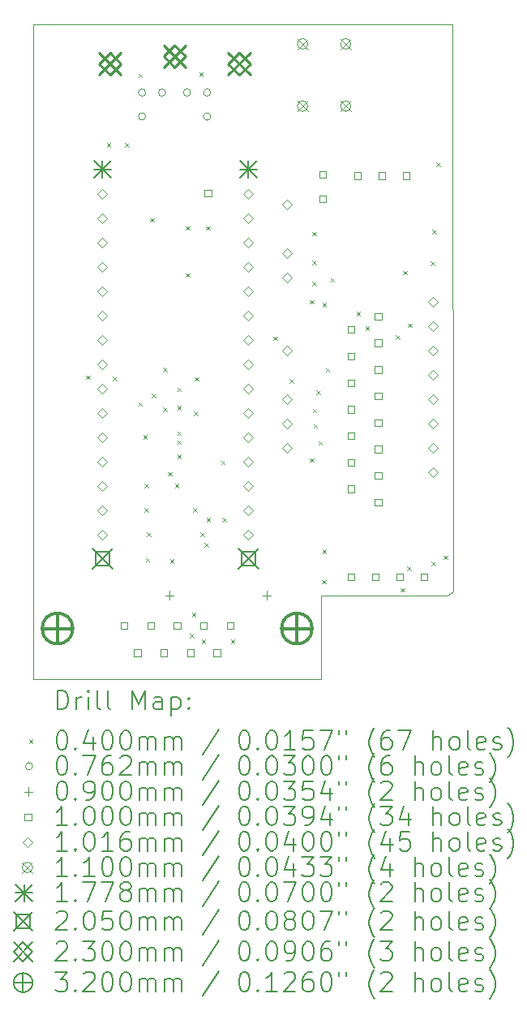
<source format=gbr>
%FSLAX45Y45*%
G04 Gerber Fmt 4.5, Leading zero omitted, Abs format (unit mm)*
G04 Created by KiCad (PCBNEW (6.0.2)) date 2024-03-24 18:16:21*
%MOMM*%
%LPD*%
G01*
G04 APERTURE LIST*
%TA.AperFunction,Profile*%
%ADD10C,0.100000*%
%TD*%
%ADD11C,0.200000*%
%ADD12C,0.040000*%
%ADD13C,0.076200*%
%ADD14C,0.090000*%
%ADD15C,0.100000*%
%ADD16C,0.101600*%
%ADD17C,0.110000*%
%ADD18C,0.177800*%
%ADD19C,0.205000*%
%ADD20C,0.230000*%
%ADD21C,0.320000*%
G04 APERTURE END LIST*
D10*
X17602648Y-11281547D02*
X17549000Y-11323000D01*
X17597120Y-5359400D02*
X15671800Y-5359400D01*
X13220000Y-12190000D02*
X16230600Y-12192000D01*
X15494000Y-5359400D02*
X13716000Y-5359400D01*
X17596768Y-5359400D02*
X17602648Y-11267000D01*
X13220000Y-12190000D02*
X13220000Y-11574050D01*
X16230000Y-11349000D02*
X16229000Y-11321000D01*
X17602648Y-11267000D02*
X17602648Y-11281547D01*
X16230000Y-11349000D02*
X16230600Y-12192000D01*
X13220000Y-5359400D02*
X13220000Y-11574050D01*
X15671800Y-5359400D02*
X15494000Y-5359400D01*
X13716000Y-5359400D02*
X13220000Y-5359400D01*
X17549000Y-11323000D02*
X16229000Y-11321000D01*
D11*
D12*
X13772200Y-9022400D02*
X13812200Y-9062400D01*
X13812200Y-9022400D02*
X13772200Y-9062400D01*
X13988100Y-6596700D02*
X14028100Y-6636700D01*
X14028100Y-6596700D02*
X13988100Y-6636700D01*
X14051600Y-9035100D02*
X14091600Y-9075100D01*
X14091600Y-9035100D02*
X14051600Y-9075100D01*
X14178600Y-6596700D02*
X14218600Y-6636700D01*
X14218600Y-6596700D02*
X14178600Y-6636700D01*
X14318300Y-5872800D02*
X14358300Y-5912800D01*
X14358300Y-5872800D02*
X14318300Y-5912800D01*
X14318300Y-9301800D02*
X14358300Y-9341800D01*
X14358300Y-9301800D02*
X14318300Y-9341800D01*
X14369100Y-9644700D02*
X14409100Y-9684700D01*
X14409100Y-9644700D02*
X14369100Y-9684700D01*
X14381800Y-10152700D02*
X14421800Y-10192700D01*
X14421800Y-10152700D02*
X14381800Y-10192700D01*
X14381800Y-10406700D02*
X14421800Y-10446700D01*
X14421800Y-10406700D02*
X14381800Y-10446700D01*
X14394500Y-10927400D02*
X14434500Y-10967400D01*
X14434500Y-10927400D02*
X14394500Y-10967400D01*
X14407200Y-10660700D02*
X14447200Y-10700700D01*
X14447200Y-10660700D02*
X14407200Y-10700700D01*
X14440000Y-7380000D02*
X14480000Y-7420000D01*
X14480000Y-7380000D02*
X14440000Y-7420000D01*
X14458000Y-9212900D02*
X14498000Y-9252900D01*
X14498000Y-9212900D02*
X14458000Y-9252900D01*
X14575000Y-8940000D02*
X14615000Y-8980000D01*
X14615000Y-8940000D02*
X14575000Y-8980000D01*
X14575000Y-9355000D02*
X14615000Y-9395000D01*
X14615000Y-9355000D02*
X14575000Y-9395000D01*
X14630000Y-10030000D02*
X14670000Y-10070000D01*
X14670000Y-10030000D02*
X14630000Y-10070000D01*
X14648500Y-10940100D02*
X14688500Y-10980100D01*
X14688500Y-10940100D02*
X14648500Y-10980100D01*
X14699300Y-10152700D02*
X14739300Y-10192700D01*
X14739300Y-10152700D02*
X14699300Y-10192700D01*
X14724700Y-9149400D02*
X14764700Y-9189400D01*
X14764700Y-9149400D02*
X14724700Y-9189400D01*
X14724700Y-9339900D02*
X14764700Y-9379900D01*
X14764700Y-9339900D02*
X14724700Y-9379900D01*
X14724700Y-9606600D02*
X14764700Y-9646600D01*
X14764700Y-9606600D02*
X14724700Y-9646600D01*
X14724700Y-9700000D02*
X14764700Y-9740000D01*
X14764700Y-9700000D02*
X14724700Y-9740000D01*
X14724700Y-9847900D02*
X14764700Y-9887900D01*
X14764700Y-9847900D02*
X14724700Y-9887900D01*
X14815000Y-7465000D02*
X14855000Y-7505000D01*
X14855000Y-7465000D02*
X14815000Y-7505000D01*
X14815000Y-7955000D02*
X14855000Y-7995000D01*
X14855000Y-7955000D02*
X14815000Y-7995000D01*
X14857968Y-11717968D02*
X14897968Y-11757968D01*
X14897968Y-11717968D02*
X14857968Y-11757968D01*
X14877100Y-11498900D02*
X14917100Y-11538900D01*
X14917100Y-11498900D02*
X14877100Y-11538900D01*
X14889800Y-10406700D02*
X14929800Y-10446700D01*
X14929800Y-10406700D02*
X14889800Y-10446700D01*
X14900000Y-9400000D02*
X14940000Y-9440000D01*
X14940000Y-9400000D02*
X14900000Y-9440000D01*
X14910000Y-9040000D02*
X14950000Y-9080000D01*
X14950000Y-9040000D02*
X14910000Y-9080000D01*
X14953300Y-5860100D02*
X14993300Y-5900100D01*
X14993300Y-5860100D02*
X14953300Y-5900100D01*
X14964750Y-10660000D02*
X15004750Y-10700000D01*
X15004750Y-10660000D02*
X14964750Y-10700000D01*
X14978700Y-11778300D02*
X15018700Y-11818300D01*
X15018700Y-11778300D02*
X14978700Y-11818300D01*
X15010000Y-10770000D02*
X15050000Y-10810000D01*
X15050000Y-10770000D02*
X15010000Y-10810000D01*
X15025000Y-7465000D02*
X15065000Y-7505000D01*
X15065000Y-7465000D02*
X15025000Y-7505000D01*
X15029500Y-10508300D02*
X15069500Y-10548300D01*
X15069500Y-10508300D02*
X15029500Y-10548300D01*
X15181900Y-9911400D02*
X15221900Y-9951400D01*
X15221900Y-9911400D02*
X15181900Y-9951400D01*
X15194600Y-10508300D02*
X15234600Y-10548300D01*
X15234600Y-10508300D02*
X15194600Y-10548300D01*
X15283500Y-11778300D02*
X15323500Y-11818300D01*
X15323500Y-11778300D02*
X15283500Y-11818300D01*
X15728000Y-8616000D02*
X15768000Y-8656000D01*
X15768000Y-8616000D02*
X15728000Y-8656000D01*
X15896000Y-9061000D02*
X15936000Y-9101000D01*
X15936000Y-9061000D02*
X15896000Y-9101000D01*
X16109000Y-8235000D02*
X16149000Y-8275000D01*
X16149000Y-8235000D02*
X16109000Y-8275000D01*
X16109000Y-9886000D02*
X16149000Y-9926000D01*
X16149000Y-9886000D02*
X16109000Y-9926000D01*
X16134400Y-7523800D02*
X16174400Y-7563800D01*
X16174400Y-7523800D02*
X16134400Y-7563800D01*
X16134400Y-7826060D02*
X16174400Y-7866060D01*
X16174400Y-7826060D02*
X16134400Y-7866060D01*
X16134400Y-8044500D02*
X16174400Y-8084500D01*
X16174400Y-8044500D02*
X16134400Y-8084500D01*
X16138210Y-9369110D02*
X16178210Y-9409110D01*
X16178210Y-9369110D02*
X16138210Y-9409110D01*
X16147100Y-9530400D02*
X16187100Y-9570400D01*
X16187100Y-9530400D02*
X16147100Y-9570400D01*
X16177978Y-9178288D02*
X16217978Y-9218288D01*
X16217978Y-9178288D02*
X16177978Y-9218288D01*
X16197900Y-9708200D02*
X16237900Y-9748200D01*
X16237900Y-9708200D02*
X16197900Y-9748200D01*
X16236000Y-11156000D02*
X16276000Y-11196000D01*
X16276000Y-11156000D02*
X16236000Y-11196000D01*
X16240000Y-10840000D02*
X16280000Y-10880000D01*
X16280000Y-10840000D02*
X16240000Y-10880000D01*
X16241000Y-8265000D02*
X16281000Y-8305000D01*
X16281000Y-8265000D02*
X16241000Y-8305000D01*
X16274100Y-8946200D02*
X16314100Y-8986200D01*
X16314100Y-8946200D02*
X16274100Y-8986200D01*
X16324900Y-8006400D02*
X16364900Y-8046400D01*
X16364900Y-8006400D02*
X16324900Y-8046400D01*
X16596000Y-8355000D02*
X16636000Y-8395000D01*
X16636000Y-8355000D02*
X16596000Y-8395000D01*
X16689000Y-8510000D02*
X16729000Y-8550000D01*
X16729000Y-8510000D02*
X16689000Y-8550000D01*
X17008000Y-8603000D02*
X17048000Y-8643000D01*
X17048000Y-8603000D02*
X17008000Y-8643000D01*
X17059781Y-11240000D02*
X17099781Y-11280000D01*
X17099781Y-11240000D02*
X17059781Y-11280000D01*
X17080000Y-7930000D02*
X17120000Y-7970000D01*
X17120000Y-7930000D02*
X17080000Y-7970000D01*
X17128430Y-11013775D02*
X17168430Y-11053775D01*
X17168430Y-11013775D02*
X17128430Y-11053775D01*
X17135000Y-8480000D02*
X17175000Y-8520000D01*
X17175000Y-8480000D02*
X17135000Y-8520000D01*
X17370000Y-7835000D02*
X17410000Y-7875000D01*
X17410000Y-7835000D02*
X17370000Y-7875000D01*
X17381540Y-10962960D02*
X17421540Y-11002960D01*
X17421540Y-10962960D02*
X17381540Y-11002960D01*
X17385000Y-7500000D02*
X17425000Y-7540000D01*
X17425000Y-7500000D02*
X17385000Y-7540000D01*
X17429800Y-6799900D02*
X17469800Y-6839900D01*
X17469800Y-6799900D02*
X17429800Y-6839900D01*
X17506000Y-10902000D02*
X17546000Y-10942000D01*
X17546000Y-10902000D02*
X17506000Y-10942000D01*
D13*
X14394900Y-6070600D02*
G75*
G03*
X14394900Y-6070600I-38100J0D01*
G01*
X14394900Y-6320600D02*
G75*
G03*
X14394900Y-6320600I-38100J0D01*
G01*
X14604900Y-6070600D02*
G75*
G03*
X14604900Y-6070600I-38100J0D01*
G01*
X14864900Y-6070600D02*
G75*
G03*
X14864900Y-6070600I-38100J0D01*
G01*
X15074900Y-6070600D02*
G75*
G03*
X15074900Y-6070600I-38100J0D01*
G01*
X15074900Y-6320600D02*
G75*
G03*
X15074900Y-6320600I-38100J0D01*
G01*
D14*
X14643100Y-11270700D02*
X14643100Y-11360700D01*
X14598100Y-11315700D02*
X14688100Y-11315700D01*
X15659100Y-11270700D02*
X15659100Y-11360700D01*
X15614100Y-11315700D02*
X15704100Y-11315700D01*
D15*
X14205456Y-11668556D02*
X14205456Y-11597844D01*
X14134744Y-11597844D01*
X14134744Y-11668556D01*
X14205456Y-11668556D01*
X14343956Y-11952556D02*
X14343956Y-11881844D01*
X14273244Y-11881844D01*
X14273244Y-11952556D01*
X14343956Y-11952556D01*
X14482456Y-11668556D02*
X14482456Y-11597844D01*
X14411744Y-11597844D01*
X14411744Y-11668556D01*
X14482456Y-11668556D01*
X14620956Y-11952556D02*
X14620956Y-11881844D01*
X14550244Y-11881844D01*
X14550244Y-11952556D01*
X14620956Y-11952556D01*
X14759456Y-11668556D02*
X14759456Y-11597844D01*
X14688744Y-11597844D01*
X14688744Y-11668556D01*
X14759456Y-11668556D01*
X14897956Y-11952556D02*
X14897956Y-11881844D01*
X14827244Y-11881844D01*
X14827244Y-11952556D01*
X14897956Y-11952556D01*
X15036456Y-11668556D02*
X15036456Y-11597844D01*
X14965744Y-11597844D01*
X14965744Y-11668556D01*
X15036456Y-11668556D01*
X15082316Y-7157516D02*
X15082316Y-7086804D01*
X15011604Y-7086804D01*
X15011604Y-7157516D01*
X15082316Y-7157516D01*
X15174956Y-11952556D02*
X15174956Y-11881844D01*
X15104244Y-11881844D01*
X15104244Y-11952556D01*
X15174956Y-11952556D01*
X15313456Y-11668556D02*
X15313456Y-11597844D01*
X15242744Y-11597844D01*
X15242744Y-11668556D01*
X15313456Y-11668556D01*
X16281196Y-6959396D02*
X16281196Y-6888684D01*
X16210484Y-6888684D01*
X16210484Y-6959396D01*
X16281196Y-6959396D01*
X16281196Y-7213396D02*
X16281196Y-7142684D01*
X16210484Y-7142684D01*
X16210484Y-7213396D01*
X16281196Y-7213396D01*
X16573776Y-8580276D02*
X16573776Y-8509564D01*
X16503064Y-8509564D01*
X16503064Y-8580276D01*
X16573776Y-8580276D01*
X16573776Y-8857276D02*
X16573776Y-8786564D01*
X16503064Y-8786564D01*
X16503064Y-8857276D01*
X16573776Y-8857276D01*
X16573776Y-9134276D02*
X16573776Y-9063564D01*
X16503064Y-9063564D01*
X16503064Y-9134276D01*
X16573776Y-9134276D01*
X16573776Y-9411276D02*
X16573776Y-9340564D01*
X16503064Y-9340564D01*
X16503064Y-9411276D01*
X16573776Y-9411276D01*
X16573776Y-9688276D02*
X16573776Y-9617564D01*
X16503064Y-9617564D01*
X16503064Y-9688276D01*
X16573776Y-9688276D01*
X16573776Y-9965276D02*
X16573776Y-9894564D01*
X16503064Y-9894564D01*
X16503064Y-9965276D01*
X16573776Y-9965276D01*
X16573776Y-10242276D02*
X16573776Y-10171564D01*
X16503064Y-10171564D01*
X16503064Y-10242276D01*
X16573776Y-10242276D01*
X16575836Y-11160556D02*
X16575836Y-11089844D01*
X16505124Y-11089844D01*
X16505124Y-11160556D01*
X16575836Y-11160556D01*
X16645456Y-6972056D02*
X16645456Y-6901344D01*
X16574744Y-6901344D01*
X16574744Y-6972056D01*
X16645456Y-6972056D01*
X16829836Y-11160556D02*
X16829836Y-11089844D01*
X16759124Y-11089844D01*
X16759124Y-11160556D01*
X16829836Y-11160556D01*
X16857776Y-8441776D02*
X16857776Y-8371064D01*
X16787064Y-8371064D01*
X16787064Y-8441776D01*
X16857776Y-8441776D01*
X16857776Y-8718776D02*
X16857776Y-8648064D01*
X16787064Y-8648064D01*
X16787064Y-8718776D01*
X16857776Y-8718776D01*
X16857776Y-8995776D02*
X16857776Y-8925064D01*
X16787064Y-8925064D01*
X16787064Y-8995776D01*
X16857776Y-8995776D01*
X16857776Y-9272776D02*
X16857776Y-9202064D01*
X16787064Y-9202064D01*
X16787064Y-9272776D01*
X16857776Y-9272776D01*
X16857776Y-9549776D02*
X16857776Y-9479064D01*
X16787064Y-9479064D01*
X16787064Y-9549776D01*
X16857776Y-9549776D01*
X16857776Y-9826776D02*
X16857776Y-9756064D01*
X16787064Y-9756064D01*
X16787064Y-9826776D01*
X16857776Y-9826776D01*
X16857776Y-10103776D02*
X16857776Y-10033064D01*
X16787064Y-10033064D01*
X16787064Y-10103776D01*
X16857776Y-10103776D01*
X16857776Y-10380776D02*
X16857776Y-10310064D01*
X16787064Y-10310064D01*
X16787064Y-10380776D01*
X16857776Y-10380776D01*
X16899456Y-6972056D02*
X16899456Y-6901344D01*
X16828744Y-6901344D01*
X16828744Y-6972056D01*
X16899456Y-6972056D01*
X17083836Y-11160556D02*
X17083836Y-11089844D01*
X17013124Y-11089844D01*
X17013124Y-11160556D01*
X17083836Y-11160556D01*
X17153456Y-6972056D02*
X17153456Y-6901344D01*
X17082744Y-6901344D01*
X17082744Y-6972056D01*
X17153456Y-6972056D01*
X17337836Y-11160556D02*
X17337836Y-11089844D01*
X17267124Y-11089844D01*
X17267124Y-11160556D01*
X17337836Y-11160556D01*
D16*
X13944600Y-7175500D02*
X13995400Y-7124700D01*
X13944600Y-7073900D01*
X13893800Y-7124700D01*
X13944600Y-7175500D01*
X13944600Y-7429500D02*
X13995400Y-7378700D01*
X13944600Y-7327900D01*
X13893800Y-7378700D01*
X13944600Y-7429500D01*
X13944600Y-7683500D02*
X13995400Y-7632700D01*
X13944600Y-7581900D01*
X13893800Y-7632700D01*
X13944600Y-7683500D01*
X13944600Y-7937500D02*
X13995400Y-7886700D01*
X13944600Y-7835900D01*
X13893800Y-7886700D01*
X13944600Y-7937500D01*
X13944600Y-8191500D02*
X13995400Y-8140700D01*
X13944600Y-8089900D01*
X13893800Y-8140700D01*
X13944600Y-8191500D01*
X13944600Y-8445500D02*
X13995400Y-8394700D01*
X13944600Y-8343900D01*
X13893800Y-8394700D01*
X13944600Y-8445500D01*
X13944600Y-8699500D02*
X13995400Y-8648700D01*
X13944600Y-8597900D01*
X13893800Y-8648700D01*
X13944600Y-8699500D01*
X13944600Y-8953500D02*
X13995400Y-8902700D01*
X13944600Y-8851900D01*
X13893800Y-8902700D01*
X13944600Y-8953500D01*
X13944600Y-9207500D02*
X13995400Y-9156700D01*
X13944600Y-9105900D01*
X13893800Y-9156700D01*
X13944600Y-9207500D01*
X13944600Y-9461500D02*
X13995400Y-9410700D01*
X13944600Y-9359900D01*
X13893800Y-9410700D01*
X13944600Y-9461500D01*
X13944600Y-9715500D02*
X13995400Y-9664700D01*
X13944600Y-9613900D01*
X13893800Y-9664700D01*
X13944600Y-9715500D01*
X13944600Y-9969500D02*
X13995400Y-9918700D01*
X13944600Y-9867900D01*
X13893800Y-9918700D01*
X13944600Y-9969500D01*
X13944600Y-10223500D02*
X13995400Y-10172700D01*
X13944600Y-10121900D01*
X13893800Y-10172700D01*
X13944600Y-10223500D01*
X13944600Y-10477500D02*
X13995400Y-10426700D01*
X13944600Y-10375900D01*
X13893800Y-10426700D01*
X13944600Y-10477500D01*
X13944600Y-10731500D02*
X13995400Y-10680700D01*
X13944600Y-10629900D01*
X13893800Y-10680700D01*
X13944600Y-10731500D01*
X15468600Y-7175500D02*
X15519400Y-7124700D01*
X15468600Y-7073900D01*
X15417800Y-7124700D01*
X15468600Y-7175500D01*
X15468600Y-7429500D02*
X15519400Y-7378700D01*
X15468600Y-7327900D01*
X15417800Y-7378700D01*
X15468600Y-7429500D01*
X15468600Y-7683500D02*
X15519400Y-7632700D01*
X15468600Y-7581900D01*
X15417800Y-7632700D01*
X15468600Y-7683500D01*
X15468600Y-7937500D02*
X15519400Y-7886700D01*
X15468600Y-7835900D01*
X15417800Y-7886700D01*
X15468600Y-7937500D01*
X15468600Y-8191500D02*
X15519400Y-8140700D01*
X15468600Y-8089900D01*
X15417800Y-8140700D01*
X15468600Y-8191500D01*
X15468600Y-8445500D02*
X15519400Y-8394700D01*
X15468600Y-8343900D01*
X15417800Y-8394700D01*
X15468600Y-8445500D01*
X15468600Y-8699500D02*
X15519400Y-8648700D01*
X15468600Y-8597900D01*
X15417800Y-8648700D01*
X15468600Y-8699500D01*
X15468600Y-8953500D02*
X15519400Y-8902700D01*
X15468600Y-8851900D01*
X15417800Y-8902700D01*
X15468600Y-8953500D01*
X15468600Y-9207500D02*
X15519400Y-9156700D01*
X15468600Y-9105900D01*
X15417800Y-9156700D01*
X15468600Y-9207500D01*
X15468600Y-9461500D02*
X15519400Y-9410700D01*
X15468600Y-9359900D01*
X15417800Y-9410700D01*
X15468600Y-9461500D01*
X15468600Y-9715500D02*
X15519400Y-9664700D01*
X15468600Y-9613900D01*
X15417800Y-9664700D01*
X15468600Y-9715500D01*
X15468600Y-9969500D02*
X15519400Y-9918700D01*
X15468600Y-9867900D01*
X15417800Y-9918700D01*
X15468600Y-9969500D01*
X15468600Y-10223500D02*
X15519400Y-10172700D01*
X15468600Y-10121900D01*
X15417800Y-10172700D01*
X15468600Y-10223500D01*
X15468600Y-10477500D02*
X15519400Y-10426700D01*
X15468600Y-10375900D01*
X15417800Y-10426700D01*
X15468600Y-10477500D01*
X15468600Y-10731500D02*
X15519400Y-10680700D01*
X15468600Y-10629900D01*
X15417800Y-10680700D01*
X15468600Y-10731500D01*
X15875000Y-7289800D02*
X15925800Y-7239000D01*
X15875000Y-7188200D01*
X15824200Y-7239000D01*
X15875000Y-7289800D01*
X15875000Y-7797800D02*
X15925800Y-7747000D01*
X15875000Y-7696200D01*
X15824200Y-7747000D01*
X15875000Y-7797800D01*
X15875000Y-8051800D02*
X15925800Y-8001000D01*
X15875000Y-7950200D01*
X15824200Y-8001000D01*
X15875000Y-8051800D01*
X15875000Y-8813800D02*
X15925800Y-8763000D01*
X15875000Y-8712200D01*
X15824200Y-8763000D01*
X15875000Y-8813800D01*
X15875000Y-9321800D02*
X15925800Y-9271000D01*
X15875000Y-9220200D01*
X15824200Y-9271000D01*
X15875000Y-9321800D01*
X15875000Y-9575800D02*
X15925800Y-9525000D01*
X15875000Y-9474200D01*
X15824200Y-9525000D01*
X15875000Y-9575800D01*
X15875000Y-9829800D02*
X15925800Y-9779000D01*
X15875000Y-9728200D01*
X15824200Y-9779000D01*
X15875000Y-9829800D01*
X17395951Y-8303800D02*
X17446751Y-8253000D01*
X17395951Y-8202200D01*
X17345151Y-8253000D01*
X17395951Y-8303800D01*
X17395951Y-8557800D02*
X17446751Y-8507000D01*
X17395951Y-8456200D01*
X17345151Y-8507000D01*
X17395951Y-8557800D01*
X17395951Y-8811800D02*
X17446751Y-8761000D01*
X17395951Y-8710200D01*
X17345151Y-8761000D01*
X17395951Y-8811800D01*
X17395951Y-9065800D02*
X17446751Y-9015000D01*
X17395951Y-8964200D01*
X17345151Y-9015000D01*
X17395951Y-9065800D01*
X17395951Y-9319800D02*
X17446751Y-9269000D01*
X17395951Y-9218200D01*
X17345151Y-9269000D01*
X17395951Y-9319800D01*
X17395951Y-9573800D02*
X17446751Y-9523000D01*
X17395951Y-9472200D01*
X17345151Y-9523000D01*
X17395951Y-9573800D01*
X17395951Y-9827800D02*
X17446751Y-9777000D01*
X17395951Y-9726200D01*
X17345151Y-9777000D01*
X17395951Y-9827800D01*
X17395951Y-10081800D02*
X17446751Y-10031000D01*
X17395951Y-9980200D01*
X17345151Y-10031000D01*
X17395951Y-10081800D01*
D17*
X15979600Y-5507600D02*
X16089600Y-5617600D01*
X16089600Y-5507600D02*
X15979600Y-5617600D01*
X16089600Y-5562600D02*
G75*
G03*
X16089600Y-5562600I-55000J0D01*
G01*
X15979600Y-6157600D02*
X16089600Y-6267600D01*
X16089600Y-6157600D02*
X15979600Y-6267600D01*
X16089600Y-6212600D02*
G75*
G03*
X16089600Y-6212600I-55000J0D01*
G01*
X16429600Y-5507600D02*
X16539600Y-5617600D01*
X16539600Y-5507600D02*
X16429600Y-5617600D01*
X16539600Y-5562600D02*
G75*
G03*
X16539600Y-5562600I-55000J0D01*
G01*
X16429600Y-6157600D02*
X16539600Y-6267600D01*
X16539600Y-6157600D02*
X16429600Y-6267600D01*
X16539600Y-6212600D02*
G75*
G03*
X16539600Y-6212600I-55000J0D01*
G01*
D18*
X13855700Y-6781800D02*
X14033500Y-6959600D01*
X14033500Y-6781800D02*
X13855700Y-6959600D01*
X13944600Y-6781800D02*
X13944600Y-6959600D01*
X13855700Y-6870700D02*
X14033500Y-6870700D01*
X15379700Y-6781800D02*
X15557500Y-6959600D01*
X15557500Y-6781800D02*
X15379700Y-6959600D01*
X15468600Y-6781800D02*
X15468600Y-6959600D01*
X15379700Y-6870700D02*
X15557500Y-6870700D01*
D19*
X13842100Y-10832200D02*
X14047100Y-11037200D01*
X14047100Y-10832200D02*
X13842100Y-11037200D01*
X14017079Y-11007179D02*
X14017079Y-10862221D01*
X13872121Y-10862221D01*
X13872121Y-11007179D01*
X14017079Y-11007179D01*
X15366100Y-10832200D02*
X15571100Y-11037200D01*
X15571100Y-10832200D02*
X15366100Y-11037200D01*
X15541079Y-11007179D02*
X15541079Y-10862221D01*
X15396121Y-10862221D01*
X15396121Y-11007179D01*
X15541079Y-11007179D01*
D20*
X13906800Y-5655600D02*
X14136800Y-5885600D01*
X14136800Y-5655600D02*
X13906800Y-5885600D01*
X14021800Y-5885600D02*
X14136800Y-5770600D01*
X14021800Y-5655600D01*
X13906800Y-5770600D01*
X14021800Y-5885600D01*
X14581800Y-5575600D02*
X14811800Y-5805600D01*
X14811800Y-5575600D02*
X14581800Y-5805600D01*
X14696800Y-5805600D02*
X14811800Y-5690600D01*
X14696800Y-5575600D01*
X14581800Y-5690600D01*
X14696800Y-5805600D01*
X15256800Y-5655600D02*
X15486800Y-5885600D01*
X15486800Y-5655600D02*
X15256800Y-5885600D01*
X15371800Y-5885600D02*
X15486800Y-5770600D01*
X15371800Y-5655600D01*
X15256800Y-5770600D01*
X15371800Y-5885600D01*
D21*
X13474100Y-11503200D02*
X13474100Y-11823200D01*
X13314100Y-11663200D02*
X13634100Y-11663200D01*
X13634100Y-11663200D02*
G75*
G03*
X13634100Y-11663200I-160000J0D01*
G01*
X15974100Y-11503200D02*
X15974100Y-11823200D01*
X15814100Y-11663200D02*
X16134100Y-11663200D01*
X16134100Y-11663200D02*
G75*
G03*
X16134100Y-11663200I-160000J0D01*
G01*
D11*
X13472619Y-12507476D02*
X13472619Y-12307476D01*
X13520238Y-12307476D01*
X13548809Y-12317000D01*
X13567857Y-12336048D01*
X13577381Y-12355095D01*
X13586905Y-12393190D01*
X13586905Y-12421762D01*
X13577381Y-12459857D01*
X13567857Y-12478905D01*
X13548809Y-12497952D01*
X13520238Y-12507476D01*
X13472619Y-12507476D01*
X13672619Y-12507476D02*
X13672619Y-12374143D01*
X13672619Y-12412238D02*
X13682143Y-12393190D01*
X13691667Y-12383667D01*
X13710714Y-12374143D01*
X13729762Y-12374143D01*
X13796428Y-12507476D02*
X13796428Y-12374143D01*
X13796428Y-12307476D02*
X13786905Y-12317000D01*
X13796428Y-12326524D01*
X13805952Y-12317000D01*
X13796428Y-12307476D01*
X13796428Y-12326524D01*
X13920238Y-12507476D02*
X13901190Y-12497952D01*
X13891667Y-12478905D01*
X13891667Y-12307476D01*
X14025000Y-12507476D02*
X14005952Y-12497952D01*
X13996428Y-12478905D01*
X13996428Y-12307476D01*
X14253571Y-12507476D02*
X14253571Y-12307476D01*
X14320238Y-12450333D01*
X14386905Y-12307476D01*
X14386905Y-12507476D01*
X14567857Y-12507476D02*
X14567857Y-12402714D01*
X14558333Y-12383667D01*
X14539286Y-12374143D01*
X14501190Y-12374143D01*
X14482143Y-12383667D01*
X14567857Y-12497952D02*
X14548809Y-12507476D01*
X14501190Y-12507476D01*
X14482143Y-12497952D01*
X14472619Y-12478905D01*
X14472619Y-12459857D01*
X14482143Y-12440809D01*
X14501190Y-12431286D01*
X14548809Y-12431286D01*
X14567857Y-12421762D01*
X14663095Y-12374143D02*
X14663095Y-12574143D01*
X14663095Y-12383667D02*
X14682143Y-12374143D01*
X14720238Y-12374143D01*
X14739286Y-12383667D01*
X14748809Y-12393190D01*
X14758333Y-12412238D01*
X14758333Y-12469381D01*
X14748809Y-12488428D01*
X14739286Y-12497952D01*
X14720238Y-12507476D01*
X14682143Y-12507476D01*
X14663095Y-12497952D01*
X14844048Y-12488428D02*
X14853571Y-12497952D01*
X14844048Y-12507476D01*
X14834524Y-12497952D01*
X14844048Y-12488428D01*
X14844048Y-12507476D01*
X14844048Y-12383667D02*
X14853571Y-12393190D01*
X14844048Y-12402714D01*
X14834524Y-12393190D01*
X14844048Y-12383667D01*
X14844048Y-12402714D01*
D12*
X13175000Y-12817000D02*
X13215000Y-12857000D01*
X13215000Y-12817000D02*
X13175000Y-12857000D01*
D11*
X13510714Y-12727476D02*
X13529762Y-12727476D01*
X13548809Y-12737000D01*
X13558333Y-12746524D01*
X13567857Y-12765571D01*
X13577381Y-12803667D01*
X13577381Y-12851286D01*
X13567857Y-12889381D01*
X13558333Y-12908428D01*
X13548809Y-12917952D01*
X13529762Y-12927476D01*
X13510714Y-12927476D01*
X13491667Y-12917952D01*
X13482143Y-12908428D01*
X13472619Y-12889381D01*
X13463095Y-12851286D01*
X13463095Y-12803667D01*
X13472619Y-12765571D01*
X13482143Y-12746524D01*
X13491667Y-12737000D01*
X13510714Y-12727476D01*
X13663095Y-12908428D02*
X13672619Y-12917952D01*
X13663095Y-12927476D01*
X13653571Y-12917952D01*
X13663095Y-12908428D01*
X13663095Y-12927476D01*
X13844048Y-12794143D02*
X13844048Y-12927476D01*
X13796428Y-12717952D02*
X13748809Y-12860809D01*
X13872619Y-12860809D01*
X13986905Y-12727476D02*
X14005952Y-12727476D01*
X14025000Y-12737000D01*
X14034524Y-12746524D01*
X14044048Y-12765571D01*
X14053571Y-12803667D01*
X14053571Y-12851286D01*
X14044048Y-12889381D01*
X14034524Y-12908428D01*
X14025000Y-12917952D01*
X14005952Y-12927476D01*
X13986905Y-12927476D01*
X13967857Y-12917952D01*
X13958333Y-12908428D01*
X13948809Y-12889381D01*
X13939286Y-12851286D01*
X13939286Y-12803667D01*
X13948809Y-12765571D01*
X13958333Y-12746524D01*
X13967857Y-12737000D01*
X13986905Y-12727476D01*
X14177381Y-12727476D02*
X14196428Y-12727476D01*
X14215476Y-12737000D01*
X14225000Y-12746524D01*
X14234524Y-12765571D01*
X14244048Y-12803667D01*
X14244048Y-12851286D01*
X14234524Y-12889381D01*
X14225000Y-12908428D01*
X14215476Y-12917952D01*
X14196428Y-12927476D01*
X14177381Y-12927476D01*
X14158333Y-12917952D01*
X14148809Y-12908428D01*
X14139286Y-12889381D01*
X14129762Y-12851286D01*
X14129762Y-12803667D01*
X14139286Y-12765571D01*
X14148809Y-12746524D01*
X14158333Y-12737000D01*
X14177381Y-12727476D01*
X14329762Y-12927476D02*
X14329762Y-12794143D01*
X14329762Y-12813190D02*
X14339286Y-12803667D01*
X14358333Y-12794143D01*
X14386905Y-12794143D01*
X14405952Y-12803667D01*
X14415476Y-12822714D01*
X14415476Y-12927476D01*
X14415476Y-12822714D02*
X14425000Y-12803667D01*
X14444048Y-12794143D01*
X14472619Y-12794143D01*
X14491667Y-12803667D01*
X14501190Y-12822714D01*
X14501190Y-12927476D01*
X14596428Y-12927476D02*
X14596428Y-12794143D01*
X14596428Y-12813190D02*
X14605952Y-12803667D01*
X14625000Y-12794143D01*
X14653571Y-12794143D01*
X14672619Y-12803667D01*
X14682143Y-12822714D01*
X14682143Y-12927476D01*
X14682143Y-12822714D02*
X14691667Y-12803667D01*
X14710714Y-12794143D01*
X14739286Y-12794143D01*
X14758333Y-12803667D01*
X14767857Y-12822714D01*
X14767857Y-12927476D01*
X15158333Y-12717952D02*
X14986905Y-12975095D01*
X15415476Y-12727476D02*
X15434524Y-12727476D01*
X15453571Y-12737000D01*
X15463095Y-12746524D01*
X15472619Y-12765571D01*
X15482143Y-12803667D01*
X15482143Y-12851286D01*
X15472619Y-12889381D01*
X15463095Y-12908428D01*
X15453571Y-12917952D01*
X15434524Y-12927476D01*
X15415476Y-12927476D01*
X15396428Y-12917952D01*
X15386905Y-12908428D01*
X15377381Y-12889381D01*
X15367857Y-12851286D01*
X15367857Y-12803667D01*
X15377381Y-12765571D01*
X15386905Y-12746524D01*
X15396428Y-12737000D01*
X15415476Y-12727476D01*
X15567857Y-12908428D02*
X15577381Y-12917952D01*
X15567857Y-12927476D01*
X15558333Y-12917952D01*
X15567857Y-12908428D01*
X15567857Y-12927476D01*
X15701190Y-12727476D02*
X15720238Y-12727476D01*
X15739286Y-12737000D01*
X15748809Y-12746524D01*
X15758333Y-12765571D01*
X15767857Y-12803667D01*
X15767857Y-12851286D01*
X15758333Y-12889381D01*
X15748809Y-12908428D01*
X15739286Y-12917952D01*
X15720238Y-12927476D01*
X15701190Y-12927476D01*
X15682143Y-12917952D01*
X15672619Y-12908428D01*
X15663095Y-12889381D01*
X15653571Y-12851286D01*
X15653571Y-12803667D01*
X15663095Y-12765571D01*
X15672619Y-12746524D01*
X15682143Y-12737000D01*
X15701190Y-12727476D01*
X15958333Y-12927476D02*
X15844048Y-12927476D01*
X15901190Y-12927476D02*
X15901190Y-12727476D01*
X15882143Y-12756048D01*
X15863095Y-12775095D01*
X15844048Y-12784619D01*
X16139286Y-12727476D02*
X16044048Y-12727476D01*
X16034524Y-12822714D01*
X16044048Y-12813190D01*
X16063095Y-12803667D01*
X16110714Y-12803667D01*
X16129762Y-12813190D01*
X16139286Y-12822714D01*
X16148809Y-12841762D01*
X16148809Y-12889381D01*
X16139286Y-12908428D01*
X16129762Y-12917952D01*
X16110714Y-12927476D01*
X16063095Y-12927476D01*
X16044048Y-12917952D01*
X16034524Y-12908428D01*
X16215476Y-12727476D02*
X16348809Y-12727476D01*
X16263095Y-12927476D01*
X16415476Y-12727476D02*
X16415476Y-12765571D01*
X16491667Y-12727476D02*
X16491667Y-12765571D01*
X16786905Y-13003667D02*
X16777381Y-12994143D01*
X16758333Y-12965571D01*
X16748809Y-12946524D01*
X16739286Y-12917952D01*
X16729762Y-12870333D01*
X16729762Y-12832238D01*
X16739286Y-12784619D01*
X16748809Y-12756048D01*
X16758333Y-12737000D01*
X16777381Y-12708428D01*
X16786905Y-12698905D01*
X16948810Y-12727476D02*
X16910714Y-12727476D01*
X16891667Y-12737000D01*
X16882143Y-12746524D01*
X16863095Y-12775095D01*
X16853571Y-12813190D01*
X16853571Y-12889381D01*
X16863095Y-12908428D01*
X16872619Y-12917952D01*
X16891667Y-12927476D01*
X16929762Y-12927476D01*
X16948810Y-12917952D01*
X16958333Y-12908428D01*
X16967857Y-12889381D01*
X16967857Y-12841762D01*
X16958333Y-12822714D01*
X16948810Y-12813190D01*
X16929762Y-12803667D01*
X16891667Y-12803667D01*
X16872619Y-12813190D01*
X16863095Y-12822714D01*
X16853571Y-12841762D01*
X17034524Y-12727476D02*
X17167857Y-12727476D01*
X17082143Y-12927476D01*
X17396429Y-12927476D02*
X17396429Y-12727476D01*
X17482143Y-12927476D02*
X17482143Y-12822714D01*
X17472619Y-12803667D01*
X17453571Y-12794143D01*
X17425000Y-12794143D01*
X17405952Y-12803667D01*
X17396429Y-12813190D01*
X17605952Y-12927476D02*
X17586905Y-12917952D01*
X17577381Y-12908428D01*
X17567857Y-12889381D01*
X17567857Y-12832238D01*
X17577381Y-12813190D01*
X17586905Y-12803667D01*
X17605952Y-12794143D01*
X17634524Y-12794143D01*
X17653571Y-12803667D01*
X17663095Y-12813190D01*
X17672619Y-12832238D01*
X17672619Y-12889381D01*
X17663095Y-12908428D01*
X17653571Y-12917952D01*
X17634524Y-12927476D01*
X17605952Y-12927476D01*
X17786905Y-12927476D02*
X17767857Y-12917952D01*
X17758333Y-12898905D01*
X17758333Y-12727476D01*
X17939286Y-12917952D02*
X17920238Y-12927476D01*
X17882143Y-12927476D01*
X17863095Y-12917952D01*
X17853571Y-12898905D01*
X17853571Y-12822714D01*
X17863095Y-12803667D01*
X17882143Y-12794143D01*
X17920238Y-12794143D01*
X17939286Y-12803667D01*
X17948810Y-12822714D01*
X17948810Y-12841762D01*
X17853571Y-12860809D01*
X18025000Y-12917952D02*
X18044048Y-12927476D01*
X18082143Y-12927476D01*
X18101190Y-12917952D01*
X18110714Y-12898905D01*
X18110714Y-12889381D01*
X18101190Y-12870333D01*
X18082143Y-12860809D01*
X18053571Y-12860809D01*
X18034524Y-12851286D01*
X18025000Y-12832238D01*
X18025000Y-12822714D01*
X18034524Y-12803667D01*
X18053571Y-12794143D01*
X18082143Y-12794143D01*
X18101190Y-12803667D01*
X18177381Y-13003667D02*
X18186905Y-12994143D01*
X18205952Y-12965571D01*
X18215476Y-12946524D01*
X18225000Y-12917952D01*
X18234524Y-12870333D01*
X18234524Y-12832238D01*
X18225000Y-12784619D01*
X18215476Y-12756048D01*
X18205952Y-12737000D01*
X18186905Y-12708428D01*
X18177381Y-12698905D01*
D13*
X13215000Y-13101000D02*
G75*
G03*
X13215000Y-13101000I-38100J0D01*
G01*
D11*
X13510714Y-12991476D02*
X13529762Y-12991476D01*
X13548809Y-13001000D01*
X13558333Y-13010524D01*
X13567857Y-13029571D01*
X13577381Y-13067667D01*
X13577381Y-13115286D01*
X13567857Y-13153381D01*
X13558333Y-13172428D01*
X13548809Y-13181952D01*
X13529762Y-13191476D01*
X13510714Y-13191476D01*
X13491667Y-13181952D01*
X13482143Y-13172428D01*
X13472619Y-13153381D01*
X13463095Y-13115286D01*
X13463095Y-13067667D01*
X13472619Y-13029571D01*
X13482143Y-13010524D01*
X13491667Y-13001000D01*
X13510714Y-12991476D01*
X13663095Y-13172428D02*
X13672619Y-13181952D01*
X13663095Y-13191476D01*
X13653571Y-13181952D01*
X13663095Y-13172428D01*
X13663095Y-13191476D01*
X13739286Y-12991476D02*
X13872619Y-12991476D01*
X13786905Y-13191476D01*
X14034524Y-12991476D02*
X13996428Y-12991476D01*
X13977381Y-13001000D01*
X13967857Y-13010524D01*
X13948809Y-13039095D01*
X13939286Y-13077190D01*
X13939286Y-13153381D01*
X13948809Y-13172428D01*
X13958333Y-13181952D01*
X13977381Y-13191476D01*
X14015476Y-13191476D01*
X14034524Y-13181952D01*
X14044048Y-13172428D01*
X14053571Y-13153381D01*
X14053571Y-13105762D01*
X14044048Y-13086714D01*
X14034524Y-13077190D01*
X14015476Y-13067667D01*
X13977381Y-13067667D01*
X13958333Y-13077190D01*
X13948809Y-13086714D01*
X13939286Y-13105762D01*
X14129762Y-13010524D02*
X14139286Y-13001000D01*
X14158333Y-12991476D01*
X14205952Y-12991476D01*
X14225000Y-13001000D01*
X14234524Y-13010524D01*
X14244048Y-13029571D01*
X14244048Y-13048619D01*
X14234524Y-13077190D01*
X14120238Y-13191476D01*
X14244048Y-13191476D01*
X14329762Y-13191476D02*
X14329762Y-13058143D01*
X14329762Y-13077190D02*
X14339286Y-13067667D01*
X14358333Y-13058143D01*
X14386905Y-13058143D01*
X14405952Y-13067667D01*
X14415476Y-13086714D01*
X14415476Y-13191476D01*
X14415476Y-13086714D02*
X14425000Y-13067667D01*
X14444048Y-13058143D01*
X14472619Y-13058143D01*
X14491667Y-13067667D01*
X14501190Y-13086714D01*
X14501190Y-13191476D01*
X14596428Y-13191476D02*
X14596428Y-13058143D01*
X14596428Y-13077190D02*
X14605952Y-13067667D01*
X14625000Y-13058143D01*
X14653571Y-13058143D01*
X14672619Y-13067667D01*
X14682143Y-13086714D01*
X14682143Y-13191476D01*
X14682143Y-13086714D02*
X14691667Y-13067667D01*
X14710714Y-13058143D01*
X14739286Y-13058143D01*
X14758333Y-13067667D01*
X14767857Y-13086714D01*
X14767857Y-13191476D01*
X15158333Y-12981952D02*
X14986905Y-13239095D01*
X15415476Y-12991476D02*
X15434524Y-12991476D01*
X15453571Y-13001000D01*
X15463095Y-13010524D01*
X15472619Y-13029571D01*
X15482143Y-13067667D01*
X15482143Y-13115286D01*
X15472619Y-13153381D01*
X15463095Y-13172428D01*
X15453571Y-13181952D01*
X15434524Y-13191476D01*
X15415476Y-13191476D01*
X15396428Y-13181952D01*
X15386905Y-13172428D01*
X15377381Y-13153381D01*
X15367857Y-13115286D01*
X15367857Y-13067667D01*
X15377381Y-13029571D01*
X15386905Y-13010524D01*
X15396428Y-13001000D01*
X15415476Y-12991476D01*
X15567857Y-13172428D02*
X15577381Y-13181952D01*
X15567857Y-13191476D01*
X15558333Y-13181952D01*
X15567857Y-13172428D01*
X15567857Y-13191476D01*
X15701190Y-12991476D02*
X15720238Y-12991476D01*
X15739286Y-13001000D01*
X15748809Y-13010524D01*
X15758333Y-13029571D01*
X15767857Y-13067667D01*
X15767857Y-13115286D01*
X15758333Y-13153381D01*
X15748809Y-13172428D01*
X15739286Y-13181952D01*
X15720238Y-13191476D01*
X15701190Y-13191476D01*
X15682143Y-13181952D01*
X15672619Y-13172428D01*
X15663095Y-13153381D01*
X15653571Y-13115286D01*
X15653571Y-13067667D01*
X15663095Y-13029571D01*
X15672619Y-13010524D01*
X15682143Y-13001000D01*
X15701190Y-12991476D01*
X15834524Y-12991476D02*
X15958333Y-12991476D01*
X15891667Y-13067667D01*
X15920238Y-13067667D01*
X15939286Y-13077190D01*
X15948809Y-13086714D01*
X15958333Y-13105762D01*
X15958333Y-13153381D01*
X15948809Y-13172428D01*
X15939286Y-13181952D01*
X15920238Y-13191476D01*
X15863095Y-13191476D01*
X15844048Y-13181952D01*
X15834524Y-13172428D01*
X16082143Y-12991476D02*
X16101190Y-12991476D01*
X16120238Y-13001000D01*
X16129762Y-13010524D01*
X16139286Y-13029571D01*
X16148809Y-13067667D01*
X16148809Y-13115286D01*
X16139286Y-13153381D01*
X16129762Y-13172428D01*
X16120238Y-13181952D01*
X16101190Y-13191476D01*
X16082143Y-13191476D01*
X16063095Y-13181952D01*
X16053571Y-13172428D01*
X16044048Y-13153381D01*
X16034524Y-13115286D01*
X16034524Y-13067667D01*
X16044048Y-13029571D01*
X16053571Y-13010524D01*
X16063095Y-13001000D01*
X16082143Y-12991476D01*
X16272619Y-12991476D02*
X16291667Y-12991476D01*
X16310714Y-13001000D01*
X16320238Y-13010524D01*
X16329762Y-13029571D01*
X16339286Y-13067667D01*
X16339286Y-13115286D01*
X16329762Y-13153381D01*
X16320238Y-13172428D01*
X16310714Y-13181952D01*
X16291667Y-13191476D01*
X16272619Y-13191476D01*
X16253571Y-13181952D01*
X16244048Y-13172428D01*
X16234524Y-13153381D01*
X16225000Y-13115286D01*
X16225000Y-13067667D01*
X16234524Y-13029571D01*
X16244048Y-13010524D01*
X16253571Y-13001000D01*
X16272619Y-12991476D01*
X16415476Y-12991476D02*
X16415476Y-13029571D01*
X16491667Y-12991476D02*
X16491667Y-13029571D01*
X16786905Y-13267667D02*
X16777381Y-13258143D01*
X16758333Y-13229571D01*
X16748809Y-13210524D01*
X16739286Y-13181952D01*
X16729762Y-13134333D01*
X16729762Y-13096238D01*
X16739286Y-13048619D01*
X16748809Y-13020048D01*
X16758333Y-13001000D01*
X16777381Y-12972428D01*
X16786905Y-12962905D01*
X16948810Y-12991476D02*
X16910714Y-12991476D01*
X16891667Y-13001000D01*
X16882143Y-13010524D01*
X16863095Y-13039095D01*
X16853571Y-13077190D01*
X16853571Y-13153381D01*
X16863095Y-13172428D01*
X16872619Y-13181952D01*
X16891667Y-13191476D01*
X16929762Y-13191476D01*
X16948810Y-13181952D01*
X16958333Y-13172428D01*
X16967857Y-13153381D01*
X16967857Y-13105762D01*
X16958333Y-13086714D01*
X16948810Y-13077190D01*
X16929762Y-13067667D01*
X16891667Y-13067667D01*
X16872619Y-13077190D01*
X16863095Y-13086714D01*
X16853571Y-13105762D01*
X17205952Y-13191476D02*
X17205952Y-12991476D01*
X17291667Y-13191476D02*
X17291667Y-13086714D01*
X17282143Y-13067667D01*
X17263095Y-13058143D01*
X17234524Y-13058143D01*
X17215476Y-13067667D01*
X17205952Y-13077190D01*
X17415476Y-13191476D02*
X17396429Y-13181952D01*
X17386905Y-13172428D01*
X17377381Y-13153381D01*
X17377381Y-13096238D01*
X17386905Y-13077190D01*
X17396429Y-13067667D01*
X17415476Y-13058143D01*
X17444048Y-13058143D01*
X17463095Y-13067667D01*
X17472619Y-13077190D01*
X17482143Y-13096238D01*
X17482143Y-13153381D01*
X17472619Y-13172428D01*
X17463095Y-13181952D01*
X17444048Y-13191476D01*
X17415476Y-13191476D01*
X17596429Y-13191476D02*
X17577381Y-13181952D01*
X17567857Y-13162905D01*
X17567857Y-12991476D01*
X17748810Y-13181952D02*
X17729762Y-13191476D01*
X17691667Y-13191476D01*
X17672619Y-13181952D01*
X17663095Y-13162905D01*
X17663095Y-13086714D01*
X17672619Y-13067667D01*
X17691667Y-13058143D01*
X17729762Y-13058143D01*
X17748810Y-13067667D01*
X17758333Y-13086714D01*
X17758333Y-13105762D01*
X17663095Y-13124809D01*
X17834524Y-13181952D02*
X17853571Y-13191476D01*
X17891667Y-13191476D01*
X17910714Y-13181952D01*
X17920238Y-13162905D01*
X17920238Y-13153381D01*
X17910714Y-13134333D01*
X17891667Y-13124809D01*
X17863095Y-13124809D01*
X17844048Y-13115286D01*
X17834524Y-13096238D01*
X17834524Y-13086714D01*
X17844048Y-13067667D01*
X17863095Y-13058143D01*
X17891667Y-13058143D01*
X17910714Y-13067667D01*
X17986905Y-13267667D02*
X17996429Y-13258143D01*
X18015476Y-13229571D01*
X18025000Y-13210524D01*
X18034524Y-13181952D01*
X18044048Y-13134333D01*
X18044048Y-13096238D01*
X18034524Y-13048619D01*
X18025000Y-13020048D01*
X18015476Y-13001000D01*
X17996429Y-12972428D01*
X17986905Y-12962905D01*
D14*
X13170000Y-13320000D02*
X13170000Y-13410000D01*
X13125000Y-13365000D02*
X13215000Y-13365000D01*
D11*
X13510714Y-13255476D02*
X13529762Y-13255476D01*
X13548809Y-13265000D01*
X13558333Y-13274524D01*
X13567857Y-13293571D01*
X13577381Y-13331667D01*
X13577381Y-13379286D01*
X13567857Y-13417381D01*
X13558333Y-13436428D01*
X13548809Y-13445952D01*
X13529762Y-13455476D01*
X13510714Y-13455476D01*
X13491667Y-13445952D01*
X13482143Y-13436428D01*
X13472619Y-13417381D01*
X13463095Y-13379286D01*
X13463095Y-13331667D01*
X13472619Y-13293571D01*
X13482143Y-13274524D01*
X13491667Y-13265000D01*
X13510714Y-13255476D01*
X13663095Y-13436428D02*
X13672619Y-13445952D01*
X13663095Y-13455476D01*
X13653571Y-13445952D01*
X13663095Y-13436428D01*
X13663095Y-13455476D01*
X13767857Y-13455476D02*
X13805952Y-13455476D01*
X13825000Y-13445952D01*
X13834524Y-13436428D01*
X13853571Y-13407857D01*
X13863095Y-13369762D01*
X13863095Y-13293571D01*
X13853571Y-13274524D01*
X13844048Y-13265000D01*
X13825000Y-13255476D01*
X13786905Y-13255476D01*
X13767857Y-13265000D01*
X13758333Y-13274524D01*
X13748809Y-13293571D01*
X13748809Y-13341190D01*
X13758333Y-13360238D01*
X13767857Y-13369762D01*
X13786905Y-13379286D01*
X13825000Y-13379286D01*
X13844048Y-13369762D01*
X13853571Y-13360238D01*
X13863095Y-13341190D01*
X13986905Y-13255476D02*
X14005952Y-13255476D01*
X14025000Y-13265000D01*
X14034524Y-13274524D01*
X14044048Y-13293571D01*
X14053571Y-13331667D01*
X14053571Y-13379286D01*
X14044048Y-13417381D01*
X14034524Y-13436428D01*
X14025000Y-13445952D01*
X14005952Y-13455476D01*
X13986905Y-13455476D01*
X13967857Y-13445952D01*
X13958333Y-13436428D01*
X13948809Y-13417381D01*
X13939286Y-13379286D01*
X13939286Y-13331667D01*
X13948809Y-13293571D01*
X13958333Y-13274524D01*
X13967857Y-13265000D01*
X13986905Y-13255476D01*
X14177381Y-13255476D02*
X14196428Y-13255476D01*
X14215476Y-13265000D01*
X14225000Y-13274524D01*
X14234524Y-13293571D01*
X14244048Y-13331667D01*
X14244048Y-13379286D01*
X14234524Y-13417381D01*
X14225000Y-13436428D01*
X14215476Y-13445952D01*
X14196428Y-13455476D01*
X14177381Y-13455476D01*
X14158333Y-13445952D01*
X14148809Y-13436428D01*
X14139286Y-13417381D01*
X14129762Y-13379286D01*
X14129762Y-13331667D01*
X14139286Y-13293571D01*
X14148809Y-13274524D01*
X14158333Y-13265000D01*
X14177381Y-13255476D01*
X14329762Y-13455476D02*
X14329762Y-13322143D01*
X14329762Y-13341190D02*
X14339286Y-13331667D01*
X14358333Y-13322143D01*
X14386905Y-13322143D01*
X14405952Y-13331667D01*
X14415476Y-13350714D01*
X14415476Y-13455476D01*
X14415476Y-13350714D02*
X14425000Y-13331667D01*
X14444048Y-13322143D01*
X14472619Y-13322143D01*
X14491667Y-13331667D01*
X14501190Y-13350714D01*
X14501190Y-13455476D01*
X14596428Y-13455476D02*
X14596428Y-13322143D01*
X14596428Y-13341190D02*
X14605952Y-13331667D01*
X14625000Y-13322143D01*
X14653571Y-13322143D01*
X14672619Y-13331667D01*
X14682143Y-13350714D01*
X14682143Y-13455476D01*
X14682143Y-13350714D02*
X14691667Y-13331667D01*
X14710714Y-13322143D01*
X14739286Y-13322143D01*
X14758333Y-13331667D01*
X14767857Y-13350714D01*
X14767857Y-13455476D01*
X15158333Y-13245952D02*
X14986905Y-13503095D01*
X15415476Y-13255476D02*
X15434524Y-13255476D01*
X15453571Y-13265000D01*
X15463095Y-13274524D01*
X15472619Y-13293571D01*
X15482143Y-13331667D01*
X15482143Y-13379286D01*
X15472619Y-13417381D01*
X15463095Y-13436428D01*
X15453571Y-13445952D01*
X15434524Y-13455476D01*
X15415476Y-13455476D01*
X15396428Y-13445952D01*
X15386905Y-13436428D01*
X15377381Y-13417381D01*
X15367857Y-13379286D01*
X15367857Y-13331667D01*
X15377381Y-13293571D01*
X15386905Y-13274524D01*
X15396428Y-13265000D01*
X15415476Y-13255476D01*
X15567857Y-13436428D02*
X15577381Y-13445952D01*
X15567857Y-13455476D01*
X15558333Y-13445952D01*
X15567857Y-13436428D01*
X15567857Y-13455476D01*
X15701190Y-13255476D02*
X15720238Y-13255476D01*
X15739286Y-13265000D01*
X15748809Y-13274524D01*
X15758333Y-13293571D01*
X15767857Y-13331667D01*
X15767857Y-13379286D01*
X15758333Y-13417381D01*
X15748809Y-13436428D01*
X15739286Y-13445952D01*
X15720238Y-13455476D01*
X15701190Y-13455476D01*
X15682143Y-13445952D01*
X15672619Y-13436428D01*
X15663095Y-13417381D01*
X15653571Y-13379286D01*
X15653571Y-13331667D01*
X15663095Y-13293571D01*
X15672619Y-13274524D01*
X15682143Y-13265000D01*
X15701190Y-13255476D01*
X15834524Y-13255476D02*
X15958333Y-13255476D01*
X15891667Y-13331667D01*
X15920238Y-13331667D01*
X15939286Y-13341190D01*
X15948809Y-13350714D01*
X15958333Y-13369762D01*
X15958333Y-13417381D01*
X15948809Y-13436428D01*
X15939286Y-13445952D01*
X15920238Y-13455476D01*
X15863095Y-13455476D01*
X15844048Y-13445952D01*
X15834524Y-13436428D01*
X16139286Y-13255476D02*
X16044048Y-13255476D01*
X16034524Y-13350714D01*
X16044048Y-13341190D01*
X16063095Y-13331667D01*
X16110714Y-13331667D01*
X16129762Y-13341190D01*
X16139286Y-13350714D01*
X16148809Y-13369762D01*
X16148809Y-13417381D01*
X16139286Y-13436428D01*
X16129762Y-13445952D01*
X16110714Y-13455476D01*
X16063095Y-13455476D01*
X16044048Y-13445952D01*
X16034524Y-13436428D01*
X16320238Y-13322143D02*
X16320238Y-13455476D01*
X16272619Y-13245952D02*
X16225000Y-13388809D01*
X16348809Y-13388809D01*
X16415476Y-13255476D02*
X16415476Y-13293571D01*
X16491667Y-13255476D02*
X16491667Y-13293571D01*
X16786905Y-13531667D02*
X16777381Y-13522143D01*
X16758333Y-13493571D01*
X16748809Y-13474524D01*
X16739286Y-13445952D01*
X16729762Y-13398333D01*
X16729762Y-13360238D01*
X16739286Y-13312619D01*
X16748809Y-13284048D01*
X16758333Y-13265000D01*
X16777381Y-13236428D01*
X16786905Y-13226905D01*
X16853571Y-13274524D02*
X16863095Y-13265000D01*
X16882143Y-13255476D01*
X16929762Y-13255476D01*
X16948810Y-13265000D01*
X16958333Y-13274524D01*
X16967857Y-13293571D01*
X16967857Y-13312619D01*
X16958333Y-13341190D01*
X16844048Y-13455476D01*
X16967857Y-13455476D01*
X17205952Y-13455476D02*
X17205952Y-13255476D01*
X17291667Y-13455476D02*
X17291667Y-13350714D01*
X17282143Y-13331667D01*
X17263095Y-13322143D01*
X17234524Y-13322143D01*
X17215476Y-13331667D01*
X17205952Y-13341190D01*
X17415476Y-13455476D02*
X17396429Y-13445952D01*
X17386905Y-13436428D01*
X17377381Y-13417381D01*
X17377381Y-13360238D01*
X17386905Y-13341190D01*
X17396429Y-13331667D01*
X17415476Y-13322143D01*
X17444048Y-13322143D01*
X17463095Y-13331667D01*
X17472619Y-13341190D01*
X17482143Y-13360238D01*
X17482143Y-13417381D01*
X17472619Y-13436428D01*
X17463095Y-13445952D01*
X17444048Y-13455476D01*
X17415476Y-13455476D01*
X17596429Y-13455476D02*
X17577381Y-13445952D01*
X17567857Y-13426905D01*
X17567857Y-13255476D01*
X17748810Y-13445952D02*
X17729762Y-13455476D01*
X17691667Y-13455476D01*
X17672619Y-13445952D01*
X17663095Y-13426905D01*
X17663095Y-13350714D01*
X17672619Y-13331667D01*
X17691667Y-13322143D01*
X17729762Y-13322143D01*
X17748810Y-13331667D01*
X17758333Y-13350714D01*
X17758333Y-13369762D01*
X17663095Y-13388809D01*
X17834524Y-13445952D02*
X17853571Y-13455476D01*
X17891667Y-13455476D01*
X17910714Y-13445952D01*
X17920238Y-13426905D01*
X17920238Y-13417381D01*
X17910714Y-13398333D01*
X17891667Y-13388809D01*
X17863095Y-13388809D01*
X17844048Y-13379286D01*
X17834524Y-13360238D01*
X17834524Y-13350714D01*
X17844048Y-13331667D01*
X17863095Y-13322143D01*
X17891667Y-13322143D01*
X17910714Y-13331667D01*
X17986905Y-13531667D02*
X17996429Y-13522143D01*
X18015476Y-13493571D01*
X18025000Y-13474524D01*
X18034524Y-13445952D01*
X18044048Y-13398333D01*
X18044048Y-13360238D01*
X18034524Y-13312619D01*
X18025000Y-13284048D01*
X18015476Y-13265000D01*
X17996429Y-13236428D01*
X17986905Y-13226905D01*
D15*
X13200356Y-13664356D02*
X13200356Y-13593644D01*
X13129644Y-13593644D01*
X13129644Y-13664356D01*
X13200356Y-13664356D01*
D11*
X13577381Y-13719476D02*
X13463095Y-13719476D01*
X13520238Y-13719476D02*
X13520238Y-13519476D01*
X13501190Y-13548048D01*
X13482143Y-13567095D01*
X13463095Y-13576619D01*
X13663095Y-13700428D02*
X13672619Y-13709952D01*
X13663095Y-13719476D01*
X13653571Y-13709952D01*
X13663095Y-13700428D01*
X13663095Y-13719476D01*
X13796428Y-13519476D02*
X13815476Y-13519476D01*
X13834524Y-13529000D01*
X13844048Y-13538524D01*
X13853571Y-13557571D01*
X13863095Y-13595667D01*
X13863095Y-13643286D01*
X13853571Y-13681381D01*
X13844048Y-13700428D01*
X13834524Y-13709952D01*
X13815476Y-13719476D01*
X13796428Y-13719476D01*
X13777381Y-13709952D01*
X13767857Y-13700428D01*
X13758333Y-13681381D01*
X13748809Y-13643286D01*
X13748809Y-13595667D01*
X13758333Y-13557571D01*
X13767857Y-13538524D01*
X13777381Y-13529000D01*
X13796428Y-13519476D01*
X13986905Y-13519476D02*
X14005952Y-13519476D01*
X14025000Y-13529000D01*
X14034524Y-13538524D01*
X14044048Y-13557571D01*
X14053571Y-13595667D01*
X14053571Y-13643286D01*
X14044048Y-13681381D01*
X14034524Y-13700428D01*
X14025000Y-13709952D01*
X14005952Y-13719476D01*
X13986905Y-13719476D01*
X13967857Y-13709952D01*
X13958333Y-13700428D01*
X13948809Y-13681381D01*
X13939286Y-13643286D01*
X13939286Y-13595667D01*
X13948809Y-13557571D01*
X13958333Y-13538524D01*
X13967857Y-13529000D01*
X13986905Y-13519476D01*
X14177381Y-13519476D02*
X14196428Y-13519476D01*
X14215476Y-13529000D01*
X14225000Y-13538524D01*
X14234524Y-13557571D01*
X14244048Y-13595667D01*
X14244048Y-13643286D01*
X14234524Y-13681381D01*
X14225000Y-13700428D01*
X14215476Y-13709952D01*
X14196428Y-13719476D01*
X14177381Y-13719476D01*
X14158333Y-13709952D01*
X14148809Y-13700428D01*
X14139286Y-13681381D01*
X14129762Y-13643286D01*
X14129762Y-13595667D01*
X14139286Y-13557571D01*
X14148809Y-13538524D01*
X14158333Y-13529000D01*
X14177381Y-13519476D01*
X14329762Y-13719476D02*
X14329762Y-13586143D01*
X14329762Y-13605190D02*
X14339286Y-13595667D01*
X14358333Y-13586143D01*
X14386905Y-13586143D01*
X14405952Y-13595667D01*
X14415476Y-13614714D01*
X14415476Y-13719476D01*
X14415476Y-13614714D02*
X14425000Y-13595667D01*
X14444048Y-13586143D01*
X14472619Y-13586143D01*
X14491667Y-13595667D01*
X14501190Y-13614714D01*
X14501190Y-13719476D01*
X14596428Y-13719476D02*
X14596428Y-13586143D01*
X14596428Y-13605190D02*
X14605952Y-13595667D01*
X14625000Y-13586143D01*
X14653571Y-13586143D01*
X14672619Y-13595667D01*
X14682143Y-13614714D01*
X14682143Y-13719476D01*
X14682143Y-13614714D02*
X14691667Y-13595667D01*
X14710714Y-13586143D01*
X14739286Y-13586143D01*
X14758333Y-13595667D01*
X14767857Y-13614714D01*
X14767857Y-13719476D01*
X15158333Y-13509952D02*
X14986905Y-13767095D01*
X15415476Y-13519476D02*
X15434524Y-13519476D01*
X15453571Y-13529000D01*
X15463095Y-13538524D01*
X15472619Y-13557571D01*
X15482143Y-13595667D01*
X15482143Y-13643286D01*
X15472619Y-13681381D01*
X15463095Y-13700428D01*
X15453571Y-13709952D01*
X15434524Y-13719476D01*
X15415476Y-13719476D01*
X15396428Y-13709952D01*
X15386905Y-13700428D01*
X15377381Y-13681381D01*
X15367857Y-13643286D01*
X15367857Y-13595667D01*
X15377381Y-13557571D01*
X15386905Y-13538524D01*
X15396428Y-13529000D01*
X15415476Y-13519476D01*
X15567857Y-13700428D02*
X15577381Y-13709952D01*
X15567857Y-13719476D01*
X15558333Y-13709952D01*
X15567857Y-13700428D01*
X15567857Y-13719476D01*
X15701190Y-13519476D02*
X15720238Y-13519476D01*
X15739286Y-13529000D01*
X15748809Y-13538524D01*
X15758333Y-13557571D01*
X15767857Y-13595667D01*
X15767857Y-13643286D01*
X15758333Y-13681381D01*
X15748809Y-13700428D01*
X15739286Y-13709952D01*
X15720238Y-13719476D01*
X15701190Y-13719476D01*
X15682143Y-13709952D01*
X15672619Y-13700428D01*
X15663095Y-13681381D01*
X15653571Y-13643286D01*
X15653571Y-13595667D01*
X15663095Y-13557571D01*
X15672619Y-13538524D01*
X15682143Y-13529000D01*
X15701190Y-13519476D01*
X15834524Y-13519476D02*
X15958333Y-13519476D01*
X15891667Y-13595667D01*
X15920238Y-13595667D01*
X15939286Y-13605190D01*
X15948809Y-13614714D01*
X15958333Y-13633762D01*
X15958333Y-13681381D01*
X15948809Y-13700428D01*
X15939286Y-13709952D01*
X15920238Y-13719476D01*
X15863095Y-13719476D01*
X15844048Y-13709952D01*
X15834524Y-13700428D01*
X16053571Y-13719476D02*
X16091667Y-13719476D01*
X16110714Y-13709952D01*
X16120238Y-13700428D01*
X16139286Y-13671857D01*
X16148809Y-13633762D01*
X16148809Y-13557571D01*
X16139286Y-13538524D01*
X16129762Y-13529000D01*
X16110714Y-13519476D01*
X16072619Y-13519476D01*
X16053571Y-13529000D01*
X16044048Y-13538524D01*
X16034524Y-13557571D01*
X16034524Y-13605190D01*
X16044048Y-13624238D01*
X16053571Y-13633762D01*
X16072619Y-13643286D01*
X16110714Y-13643286D01*
X16129762Y-13633762D01*
X16139286Y-13624238D01*
X16148809Y-13605190D01*
X16320238Y-13586143D02*
X16320238Y-13719476D01*
X16272619Y-13509952D02*
X16225000Y-13652809D01*
X16348809Y-13652809D01*
X16415476Y-13519476D02*
X16415476Y-13557571D01*
X16491667Y-13519476D02*
X16491667Y-13557571D01*
X16786905Y-13795667D02*
X16777381Y-13786143D01*
X16758333Y-13757571D01*
X16748809Y-13738524D01*
X16739286Y-13709952D01*
X16729762Y-13662333D01*
X16729762Y-13624238D01*
X16739286Y-13576619D01*
X16748809Y-13548048D01*
X16758333Y-13529000D01*
X16777381Y-13500428D01*
X16786905Y-13490905D01*
X16844048Y-13519476D02*
X16967857Y-13519476D01*
X16901190Y-13595667D01*
X16929762Y-13595667D01*
X16948810Y-13605190D01*
X16958333Y-13614714D01*
X16967857Y-13633762D01*
X16967857Y-13681381D01*
X16958333Y-13700428D01*
X16948810Y-13709952D01*
X16929762Y-13719476D01*
X16872619Y-13719476D01*
X16853571Y-13709952D01*
X16844048Y-13700428D01*
X17139286Y-13586143D02*
X17139286Y-13719476D01*
X17091667Y-13509952D02*
X17044048Y-13652809D01*
X17167857Y-13652809D01*
X17396429Y-13719476D02*
X17396429Y-13519476D01*
X17482143Y-13719476D02*
X17482143Y-13614714D01*
X17472619Y-13595667D01*
X17453571Y-13586143D01*
X17425000Y-13586143D01*
X17405952Y-13595667D01*
X17396429Y-13605190D01*
X17605952Y-13719476D02*
X17586905Y-13709952D01*
X17577381Y-13700428D01*
X17567857Y-13681381D01*
X17567857Y-13624238D01*
X17577381Y-13605190D01*
X17586905Y-13595667D01*
X17605952Y-13586143D01*
X17634524Y-13586143D01*
X17653571Y-13595667D01*
X17663095Y-13605190D01*
X17672619Y-13624238D01*
X17672619Y-13681381D01*
X17663095Y-13700428D01*
X17653571Y-13709952D01*
X17634524Y-13719476D01*
X17605952Y-13719476D01*
X17786905Y-13719476D02*
X17767857Y-13709952D01*
X17758333Y-13690905D01*
X17758333Y-13519476D01*
X17939286Y-13709952D02*
X17920238Y-13719476D01*
X17882143Y-13719476D01*
X17863095Y-13709952D01*
X17853571Y-13690905D01*
X17853571Y-13614714D01*
X17863095Y-13595667D01*
X17882143Y-13586143D01*
X17920238Y-13586143D01*
X17939286Y-13595667D01*
X17948810Y-13614714D01*
X17948810Y-13633762D01*
X17853571Y-13652809D01*
X18025000Y-13709952D02*
X18044048Y-13719476D01*
X18082143Y-13719476D01*
X18101190Y-13709952D01*
X18110714Y-13690905D01*
X18110714Y-13681381D01*
X18101190Y-13662333D01*
X18082143Y-13652809D01*
X18053571Y-13652809D01*
X18034524Y-13643286D01*
X18025000Y-13624238D01*
X18025000Y-13614714D01*
X18034524Y-13595667D01*
X18053571Y-13586143D01*
X18082143Y-13586143D01*
X18101190Y-13595667D01*
X18177381Y-13795667D02*
X18186905Y-13786143D01*
X18205952Y-13757571D01*
X18215476Y-13738524D01*
X18225000Y-13709952D01*
X18234524Y-13662333D01*
X18234524Y-13624238D01*
X18225000Y-13576619D01*
X18215476Y-13548048D01*
X18205952Y-13529000D01*
X18186905Y-13500428D01*
X18177381Y-13490905D01*
D16*
X13164200Y-13943800D02*
X13215000Y-13893000D01*
X13164200Y-13842200D01*
X13113400Y-13893000D01*
X13164200Y-13943800D01*
D11*
X13577381Y-13983476D02*
X13463095Y-13983476D01*
X13520238Y-13983476D02*
X13520238Y-13783476D01*
X13501190Y-13812048D01*
X13482143Y-13831095D01*
X13463095Y-13840619D01*
X13663095Y-13964428D02*
X13672619Y-13973952D01*
X13663095Y-13983476D01*
X13653571Y-13973952D01*
X13663095Y-13964428D01*
X13663095Y-13983476D01*
X13796428Y-13783476D02*
X13815476Y-13783476D01*
X13834524Y-13793000D01*
X13844048Y-13802524D01*
X13853571Y-13821571D01*
X13863095Y-13859667D01*
X13863095Y-13907286D01*
X13853571Y-13945381D01*
X13844048Y-13964428D01*
X13834524Y-13973952D01*
X13815476Y-13983476D01*
X13796428Y-13983476D01*
X13777381Y-13973952D01*
X13767857Y-13964428D01*
X13758333Y-13945381D01*
X13748809Y-13907286D01*
X13748809Y-13859667D01*
X13758333Y-13821571D01*
X13767857Y-13802524D01*
X13777381Y-13793000D01*
X13796428Y-13783476D01*
X14053571Y-13983476D02*
X13939286Y-13983476D01*
X13996428Y-13983476D02*
X13996428Y-13783476D01*
X13977381Y-13812048D01*
X13958333Y-13831095D01*
X13939286Y-13840619D01*
X14225000Y-13783476D02*
X14186905Y-13783476D01*
X14167857Y-13793000D01*
X14158333Y-13802524D01*
X14139286Y-13831095D01*
X14129762Y-13869190D01*
X14129762Y-13945381D01*
X14139286Y-13964428D01*
X14148809Y-13973952D01*
X14167857Y-13983476D01*
X14205952Y-13983476D01*
X14225000Y-13973952D01*
X14234524Y-13964428D01*
X14244048Y-13945381D01*
X14244048Y-13897762D01*
X14234524Y-13878714D01*
X14225000Y-13869190D01*
X14205952Y-13859667D01*
X14167857Y-13859667D01*
X14148809Y-13869190D01*
X14139286Y-13878714D01*
X14129762Y-13897762D01*
X14329762Y-13983476D02*
X14329762Y-13850143D01*
X14329762Y-13869190D02*
X14339286Y-13859667D01*
X14358333Y-13850143D01*
X14386905Y-13850143D01*
X14405952Y-13859667D01*
X14415476Y-13878714D01*
X14415476Y-13983476D01*
X14415476Y-13878714D02*
X14425000Y-13859667D01*
X14444048Y-13850143D01*
X14472619Y-13850143D01*
X14491667Y-13859667D01*
X14501190Y-13878714D01*
X14501190Y-13983476D01*
X14596428Y-13983476D02*
X14596428Y-13850143D01*
X14596428Y-13869190D02*
X14605952Y-13859667D01*
X14625000Y-13850143D01*
X14653571Y-13850143D01*
X14672619Y-13859667D01*
X14682143Y-13878714D01*
X14682143Y-13983476D01*
X14682143Y-13878714D02*
X14691667Y-13859667D01*
X14710714Y-13850143D01*
X14739286Y-13850143D01*
X14758333Y-13859667D01*
X14767857Y-13878714D01*
X14767857Y-13983476D01*
X15158333Y-13773952D02*
X14986905Y-14031095D01*
X15415476Y-13783476D02*
X15434524Y-13783476D01*
X15453571Y-13793000D01*
X15463095Y-13802524D01*
X15472619Y-13821571D01*
X15482143Y-13859667D01*
X15482143Y-13907286D01*
X15472619Y-13945381D01*
X15463095Y-13964428D01*
X15453571Y-13973952D01*
X15434524Y-13983476D01*
X15415476Y-13983476D01*
X15396428Y-13973952D01*
X15386905Y-13964428D01*
X15377381Y-13945381D01*
X15367857Y-13907286D01*
X15367857Y-13859667D01*
X15377381Y-13821571D01*
X15386905Y-13802524D01*
X15396428Y-13793000D01*
X15415476Y-13783476D01*
X15567857Y-13964428D02*
X15577381Y-13973952D01*
X15567857Y-13983476D01*
X15558333Y-13973952D01*
X15567857Y-13964428D01*
X15567857Y-13983476D01*
X15701190Y-13783476D02*
X15720238Y-13783476D01*
X15739286Y-13793000D01*
X15748809Y-13802524D01*
X15758333Y-13821571D01*
X15767857Y-13859667D01*
X15767857Y-13907286D01*
X15758333Y-13945381D01*
X15748809Y-13964428D01*
X15739286Y-13973952D01*
X15720238Y-13983476D01*
X15701190Y-13983476D01*
X15682143Y-13973952D01*
X15672619Y-13964428D01*
X15663095Y-13945381D01*
X15653571Y-13907286D01*
X15653571Y-13859667D01*
X15663095Y-13821571D01*
X15672619Y-13802524D01*
X15682143Y-13793000D01*
X15701190Y-13783476D01*
X15939286Y-13850143D02*
X15939286Y-13983476D01*
X15891667Y-13773952D02*
X15844048Y-13916809D01*
X15967857Y-13916809D01*
X16082143Y-13783476D02*
X16101190Y-13783476D01*
X16120238Y-13793000D01*
X16129762Y-13802524D01*
X16139286Y-13821571D01*
X16148809Y-13859667D01*
X16148809Y-13907286D01*
X16139286Y-13945381D01*
X16129762Y-13964428D01*
X16120238Y-13973952D01*
X16101190Y-13983476D01*
X16082143Y-13983476D01*
X16063095Y-13973952D01*
X16053571Y-13964428D01*
X16044048Y-13945381D01*
X16034524Y-13907286D01*
X16034524Y-13859667D01*
X16044048Y-13821571D01*
X16053571Y-13802524D01*
X16063095Y-13793000D01*
X16082143Y-13783476D01*
X16272619Y-13783476D02*
X16291667Y-13783476D01*
X16310714Y-13793000D01*
X16320238Y-13802524D01*
X16329762Y-13821571D01*
X16339286Y-13859667D01*
X16339286Y-13907286D01*
X16329762Y-13945381D01*
X16320238Y-13964428D01*
X16310714Y-13973952D01*
X16291667Y-13983476D01*
X16272619Y-13983476D01*
X16253571Y-13973952D01*
X16244048Y-13964428D01*
X16234524Y-13945381D01*
X16225000Y-13907286D01*
X16225000Y-13859667D01*
X16234524Y-13821571D01*
X16244048Y-13802524D01*
X16253571Y-13793000D01*
X16272619Y-13783476D01*
X16415476Y-13783476D02*
X16415476Y-13821571D01*
X16491667Y-13783476D02*
X16491667Y-13821571D01*
X16786905Y-14059667D02*
X16777381Y-14050143D01*
X16758333Y-14021571D01*
X16748809Y-14002524D01*
X16739286Y-13973952D01*
X16729762Y-13926333D01*
X16729762Y-13888238D01*
X16739286Y-13840619D01*
X16748809Y-13812048D01*
X16758333Y-13793000D01*
X16777381Y-13764428D01*
X16786905Y-13754905D01*
X16948810Y-13850143D02*
X16948810Y-13983476D01*
X16901190Y-13773952D02*
X16853571Y-13916809D01*
X16977381Y-13916809D01*
X17148810Y-13783476D02*
X17053571Y-13783476D01*
X17044048Y-13878714D01*
X17053571Y-13869190D01*
X17072619Y-13859667D01*
X17120238Y-13859667D01*
X17139286Y-13869190D01*
X17148810Y-13878714D01*
X17158333Y-13897762D01*
X17158333Y-13945381D01*
X17148810Y-13964428D01*
X17139286Y-13973952D01*
X17120238Y-13983476D01*
X17072619Y-13983476D01*
X17053571Y-13973952D01*
X17044048Y-13964428D01*
X17396429Y-13983476D02*
X17396429Y-13783476D01*
X17482143Y-13983476D02*
X17482143Y-13878714D01*
X17472619Y-13859667D01*
X17453571Y-13850143D01*
X17425000Y-13850143D01*
X17405952Y-13859667D01*
X17396429Y-13869190D01*
X17605952Y-13983476D02*
X17586905Y-13973952D01*
X17577381Y-13964428D01*
X17567857Y-13945381D01*
X17567857Y-13888238D01*
X17577381Y-13869190D01*
X17586905Y-13859667D01*
X17605952Y-13850143D01*
X17634524Y-13850143D01*
X17653571Y-13859667D01*
X17663095Y-13869190D01*
X17672619Y-13888238D01*
X17672619Y-13945381D01*
X17663095Y-13964428D01*
X17653571Y-13973952D01*
X17634524Y-13983476D01*
X17605952Y-13983476D01*
X17786905Y-13983476D02*
X17767857Y-13973952D01*
X17758333Y-13954905D01*
X17758333Y-13783476D01*
X17939286Y-13973952D02*
X17920238Y-13983476D01*
X17882143Y-13983476D01*
X17863095Y-13973952D01*
X17853571Y-13954905D01*
X17853571Y-13878714D01*
X17863095Y-13859667D01*
X17882143Y-13850143D01*
X17920238Y-13850143D01*
X17939286Y-13859667D01*
X17948810Y-13878714D01*
X17948810Y-13897762D01*
X17853571Y-13916809D01*
X18025000Y-13973952D02*
X18044048Y-13983476D01*
X18082143Y-13983476D01*
X18101190Y-13973952D01*
X18110714Y-13954905D01*
X18110714Y-13945381D01*
X18101190Y-13926333D01*
X18082143Y-13916809D01*
X18053571Y-13916809D01*
X18034524Y-13907286D01*
X18025000Y-13888238D01*
X18025000Y-13878714D01*
X18034524Y-13859667D01*
X18053571Y-13850143D01*
X18082143Y-13850143D01*
X18101190Y-13859667D01*
X18177381Y-14059667D02*
X18186905Y-14050143D01*
X18205952Y-14021571D01*
X18215476Y-14002524D01*
X18225000Y-13973952D01*
X18234524Y-13926333D01*
X18234524Y-13888238D01*
X18225000Y-13840619D01*
X18215476Y-13812048D01*
X18205952Y-13793000D01*
X18186905Y-13764428D01*
X18177381Y-13754905D01*
D17*
X13105000Y-14102000D02*
X13215000Y-14212000D01*
X13215000Y-14102000D02*
X13105000Y-14212000D01*
X13215000Y-14157000D02*
G75*
G03*
X13215000Y-14157000I-55000J0D01*
G01*
D11*
X13577381Y-14247476D02*
X13463095Y-14247476D01*
X13520238Y-14247476D02*
X13520238Y-14047476D01*
X13501190Y-14076048D01*
X13482143Y-14095095D01*
X13463095Y-14104619D01*
X13663095Y-14228428D02*
X13672619Y-14237952D01*
X13663095Y-14247476D01*
X13653571Y-14237952D01*
X13663095Y-14228428D01*
X13663095Y-14247476D01*
X13863095Y-14247476D02*
X13748809Y-14247476D01*
X13805952Y-14247476D02*
X13805952Y-14047476D01*
X13786905Y-14076048D01*
X13767857Y-14095095D01*
X13748809Y-14104619D01*
X13986905Y-14047476D02*
X14005952Y-14047476D01*
X14025000Y-14057000D01*
X14034524Y-14066524D01*
X14044048Y-14085571D01*
X14053571Y-14123667D01*
X14053571Y-14171286D01*
X14044048Y-14209381D01*
X14034524Y-14228428D01*
X14025000Y-14237952D01*
X14005952Y-14247476D01*
X13986905Y-14247476D01*
X13967857Y-14237952D01*
X13958333Y-14228428D01*
X13948809Y-14209381D01*
X13939286Y-14171286D01*
X13939286Y-14123667D01*
X13948809Y-14085571D01*
X13958333Y-14066524D01*
X13967857Y-14057000D01*
X13986905Y-14047476D01*
X14177381Y-14047476D02*
X14196428Y-14047476D01*
X14215476Y-14057000D01*
X14225000Y-14066524D01*
X14234524Y-14085571D01*
X14244048Y-14123667D01*
X14244048Y-14171286D01*
X14234524Y-14209381D01*
X14225000Y-14228428D01*
X14215476Y-14237952D01*
X14196428Y-14247476D01*
X14177381Y-14247476D01*
X14158333Y-14237952D01*
X14148809Y-14228428D01*
X14139286Y-14209381D01*
X14129762Y-14171286D01*
X14129762Y-14123667D01*
X14139286Y-14085571D01*
X14148809Y-14066524D01*
X14158333Y-14057000D01*
X14177381Y-14047476D01*
X14329762Y-14247476D02*
X14329762Y-14114143D01*
X14329762Y-14133190D02*
X14339286Y-14123667D01*
X14358333Y-14114143D01*
X14386905Y-14114143D01*
X14405952Y-14123667D01*
X14415476Y-14142714D01*
X14415476Y-14247476D01*
X14415476Y-14142714D02*
X14425000Y-14123667D01*
X14444048Y-14114143D01*
X14472619Y-14114143D01*
X14491667Y-14123667D01*
X14501190Y-14142714D01*
X14501190Y-14247476D01*
X14596428Y-14247476D02*
X14596428Y-14114143D01*
X14596428Y-14133190D02*
X14605952Y-14123667D01*
X14625000Y-14114143D01*
X14653571Y-14114143D01*
X14672619Y-14123667D01*
X14682143Y-14142714D01*
X14682143Y-14247476D01*
X14682143Y-14142714D02*
X14691667Y-14123667D01*
X14710714Y-14114143D01*
X14739286Y-14114143D01*
X14758333Y-14123667D01*
X14767857Y-14142714D01*
X14767857Y-14247476D01*
X15158333Y-14037952D02*
X14986905Y-14295095D01*
X15415476Y-14047476D02*
X15434524Y-14047476D01*
X15453571Y-14057000D01*
X15463095Y-14066524D01*
X15472619Y-14085571D01*
X15482143Y-14123667D01*
X15482143Y-14171286D01*
X15472619Y-14209381D01*
X15463095Y-14228428D01*
X15453571Y-14237952D01*
X15434524Y-14247476D01*
X15415476Y-14247476D01*
X15396428Y-14237952D01*
X15386905Y-14228428D01*
X15377381Y-14209381D01*
X15367857Y-14171286D01*
X15367857Y-14123667D01*
X15377381Y-14085571D01*
X15386905Y-14066524D01*
X15396428Y-14057000D01*
X15415476Y-14047476D01*
X15567857Y-14228428D02*
X15577381Y-14237952D01*
X15567857Y-14247476D01*
X15558333Y-14237952D01*
X15567857Y-14228428D01*
X15567857Y-14247476D01*
X15701190Y-14047476D02*
X15720238Y-14047476D01*
X15739286Y-14057000D01*
X15748809Y-14066524D01*
X15758333Y-14085571D01*
X15767857Y-14123667D01*
X15767857Y-14171286D01*
X15758333Y-14209381D01*
X15748809Y-14228428D01*
X15739286Y-14237952D01*
X15720238Y-14247476D01*
X15701190Y-14247476D01*
X15682143Y-14237952D01*
X15672619Y-14228428D01*
X15663095Y-14209381D01*
X15653571Y-14171286D01*
X15653571Y-14123667D01*
X15663095Y-14085571D01*
X15672619Y-14066524D01*
X15682143Y-14057000D01*
X15701190Y-14047476D01*
X15939286Y-14114143D02*
X15939286Y-14247476D01*
X15891667Y-14037952D02*
X15844048Y-14180809D01*
X15967857Y-14180809D01*
X16025000Y-14047476D02*
X16148809Y-14047476D01*
X16082143Y-14123667D01*
X16110714Y-14123667D01*
X16129762Y-14133190D01*
X16139286Y-14142714D01*
X16148809Y-14161762D01*
X16148809Y-14209381D01*
X16139286Y-14228428D01*
X16129762Y-14237952D01*
X16110714Y-14247476D01*
X16053571Y-14247476D01*
X16034524Y-14237952D01*
X16025000Y-14228428D01*
X16215476Y-14047476D02*
X16339286Y-14047476D01*
X16272619Y-14123667D01*
X16301190Y-14123667D01*
X16320238Y-14133190D01*
X16329762Y-14142714D01*
X16339286Y-14161762D01*
X16339286Y-14209381D01*
X16329762Y-14228428D01*
X16320238Y-14237952D01*
X16301190Y-14247476D01*
X16244048Y-14247476D01*
X16225000Y-14237952D01*
X16215476Y-14228428D01*
X16415476Y-14047476D02*
X16415476Y-14085571D01*
X16491667Y-14047476D02*
X16491667Y-14085571D01*
X16786905Y-14323667D02*
X16777381Y-14314143D01*
X16758333Y-14285571D01*
X16748809Y-14266524D01*
X16739286Y-14237952D01*
X16729762Y-14190333D01*
X16729762Y-14152238D01*
X16739286Y-14104619D01*
X16748809Y-14076048D01*
X16758333Y-14057000D01*
X16777381Y-14028428D01*
X16786905Y-14018905D01*
X16948810Y-14114143D02*
X16948810Y-14247476D01*
X16901190Y-14037952D02*
X16853571Y-14180809D01*
X16977381Y-14180809D01*
X17205952Y-14247476D02*
X17205952Y-14047476D01*
X17291667Y-14247476D02*
X17291667Y-14142714D01*
X17282143Y-14123667D01*
X17263095Y-14114143D01*
X17234524Y-14114143D01*
X17215476Y-14123667D01*
X17205952Y-14133190D01*
X17415476Y-14247476D02*
X17396429Y-14237952D01*
X17386905Y-14228428D01*
X17377381Y-14209381D01*
X17377381Y-14152238D01*
X17386905Y-14133190D01*
X17396429Y-14123667D01*
X17415476Y-14114143D01*
X17444048Y-14114143D01*
X17463095Y-14123667D01*
X17472619Y-14133190D01*
X17482143Y-14152238D01*
X17482143Y-14209381D01*
X17472619Y-14228428D01*
X17463095Y-14237952D01*
X17444048Y-14247476D01*
X17415476Y-14247476D01*
X17596429Y-14247476D02*
X17577381Y-14237952D01*
X17567857Y-14218905D01*
X17567857Y-14047476D01*
X17748810Y-14237952D02*
X17729762Y-14247476D01*
X17691667Y-14247476D01*
X17672619Y-14237952D01*
X17663095Y-14218905D01*
X17663095Y-14142714D01*
X17672619Y-14123667D01*
X17691667Y-14114143D01*
X17729762Y-14114143D01*
X17748810Y-14123667D01*
X17758333Y-14142714D01*
X17758333Y-14161762D01*
X17663095Y-14180809D01*
X17834524Y-14237952D02*
X17853571Y-14247476D01*
X17891667Y-14247476D01*
X17910714Y-14237952D01*
X17920238Y-14218905D01*
X17920238Y-14209381D01*
X17910714Y-14190333D01*
X17891667Y-14180809D01*
X17863095Y-14180809D01*
X17844048Y-14171286D01*
X17834524Y-14152238D01*
X17834524Y-14142714D01*
X17844048Y-14123667D01*
X17863095Y-14114143D01*
X17891667Y-14114143D01*
X17910714Y-14123667D01*
X17986905Y-14323667D02*
X17996429Y-14314143D01*
X18015476Y-14285571D01*
X18025000Y-14266524D01*
X18034524Y-14237952D01*
X18044048Y-14190333D01*
X18044048Y-14152238D01*
X18034524Y-14104619D01*
X18025000Y-14076048D01*
X18015476Y-14057000D01*
X17996429Y-14028428D01*
X17986905Y-14018905D01*
D18*
X13037200Y-14332100D02*
X13215000Y-14509900D01*
X13215000Y-14332100D02*
X13037200Y-14509900D01*
X13126100Y-14332100D02*
X13126100Y-14509900D01*
X13037200Y-14421000D02*
X13215000Y-14421000D01*
D11*
X13577381Y-14511476D02*
X13463095Y-14511476D01*
X13520238Y-14511476D02*
X13520238Y-14311476D01*
X13501190Y-14340048D01*
X13482143Y-14359095D01*
X13463095Y-14368619D01*
X13663095Y-14492428D02*
X13672619Y-14501952D01*
X13663095Y-14511476D01*
X13653571Y-14501952D01*
X13663095Y-14492428D01*
X13663095Y-14511476D01*
X13739286Y-14311476D02*
X13872619Y-14311476D01*
X13786905Y-14511476D01*
X13929762Y-14311476D02*
X14063095Y-14311476D01*
X13977381Y-14511476D01*
X14167857Y-14397190D02*
X14148809Y-14387667D01*
X14139286Y-14378143D01*
X14129762Y-14359095D01*
X14129762Y-14349571D01*
X14139286Y-14330524D01*
X14148809Y-14321000D01*
X14167857Y-14311476D01*
X14205952Y-14311476D01*
X14225000Y-14321000D01*
X14234524Y-14330524D01*
X14244048Y-14349571D01*
X14244048Y-14359095D01*
X14234524Y-14378143D01*
X14225000Y-14387667D01*
X14205952Y-14397190D01*
X14167857Y-14397190D01*
X14148809Y-14406714D01*
X14139286Y-14416238D01*
X14129762Y-14435286D01*
X14129762Y-14473381D01*
X14139286Y-14492428D01*
X14148809Y-14501952D01*
X14167857Y-14511476D01*
X14205952Y-14511476D01*
X14225000Y-14501952D01*
X14234524Y-14492428D01*
X14244048Y-14473381D01*
X14244048Y-14435286D01*
X14234524Y-14416238D01*
X14225000Y-14406714D01*
X14205952Y-14397190D01*
X14329762Y-14511476D02*
X14329762Y-14378143D01*
X14329762Y-14397190D02*
X14339286Y-14387667D01*
X14358333Y-14378143D01*
X14386905Y-14378143D01*
X14405952Y-14387667D01*
X14415476Y-14406714D01*
X14415476Y-14511476D01*
X14415476Y-14406714D02*
X14425000Y-14387667D01*
X14444048Y-14378143D01*
X14472619Y-14378143D01*
X14491667Y-14387667D01*
X14501190Y-14406714D01*
X14501190Y-14511476D01*
X14596428Y-14511476D02*
X14596428Y-14378143D01*
X14596428Y-14397190D02*
X14605952Y-14387667D01*
X14625000Y-14378143D01*
X14653571Y-14378143D01*
X14672619Y-14387667D01*
X14682143Y-14406714D01*
X14682143Y-14511476D01*
X14682143Y-14406714D02*
X14691667Y-14387667D01*
X14710714Y-14378143D01*
X14739286Y-14378143D01*
X14758333Y-14387667D01*
X14767857Y-14406714D01*
X14767857Y-14511476D01*
X15158333Y-14301952D02*
X14986905Y-14559095D01*
X15415476Y-14311476D02*
X15434524Y-14311476D01*
X15453571Y-14321000D01*
X15463095Y-14330524D01*
X15472619Y-14349571D01*
X15482143Y-14387667D01*
X15482143Y-14435286D01*
X15472619Y-14473381D01*
X15463095Y-14492428D01*
X15453571Y-14501952D01*
X15434524Y-14511476D01*
X15415476Y-14511476D01*
X15396428Y-14501952D01*
X15386905Y-14492428D01*
X15377381Y-14473381D01*
X15367857Y-14435286D01*
X15367857Y-14387667D01*
X15377381Y-14349571D01*
X15386905Y-14330524D01*
X15396428Y-14321000D01*
X15415476Y-14311476D01*
X15567857Y-14492428D02*
X15577381Y-14501952D01*
X15567857Y-14511476D01*
X15558333Y-14501952D01*
X15567857Y-14492428D01*
X15567857Y-14511476D01*
X15701190Y-14311476D02*
X15720238Y-14311476D01*
X15739286Y-14321000D01*
X15748809Y-14330524D01*
X15758333Y-14349571D01*
X15767857Y-14387667D01*
X15767857Y-14435286D01*
X15758333Y-14473381D01*
X15748809Y-14492428D01*
X15739286Y-14501952D01*
X15720238Y-14511476D01*
X15701190Y-14511476D01*
X15682143Y-14501952D01*
X15672619Y-14492428D01*
X15663095Y-14473381D01*
X15653571Y-14435286D01*
X15653571Y-14387667D01*
X15663095Y-14349571D01*
X15672619Y-14330524D01*
X15682143Y-14321000D01*
X15701190Y-14311476D01*
X15834524Y-14311476D02*
X15967857Y-14311476D01*
X15882143Y-14511476D01*
X16082143Y-14311476D02*
X16101190Y-14311476D01*
X16120238Y-14321000D01*
X16129762Y-14330524D01*
X16139286Y-14349571D01*
X16148809Y-14387667D01*
X16148809Y-14435286D01*
X16139286Y-14473381D01*
X16129762Y-14492428D01*
X16120238Y-14501952D01*
X16101190Y-14511476D01*
X16082143Y-14511476D01*
X16063095Y-14501952D01*
X16053571Y-14492428D01*
X16044048Y-14473381D01*
X16034524Y-14435286D01*
X16034524Y-14387667D01*
X16044048Y-14349571D01*
X16053571Y-14330524D01*
X16063095Y-14321000D01*
X16082143Y-14311476D01*
X16272619Y-14311476D02*
X16291667Y-14311476D01*
X16310714Y-14321000D01*
X16320238Y-14330524D01*
X16329762Y-14349571D01*
X16339286Y-14387667D01*
X16339286Y-14435286D01*
X16329762Y-14473381D01*
X16320238Y-14492428D01*
X16310714Y-14501952D01*
X16291667Y-14511476D01*
X16272619Y-14511476D01*
X16253571Y-14501952D01*
X16244048Y-14492428D01*
X16234524Y-14473381D01*
X16225000Y-14435286D01*
X16225000Y-14387667D01*
X16234524Y-14349571D01*
X16244048Y-14330524D01*
X16253571Y-14321000D01*
X16272619Y-14311476D01*
X16415476Y-14311476D02*
X16415476Y-14349571D01*
X16491667Y-14311476D02*
X16491667Y-14349571D01*
X16786905Y-14587667D02*
X16777381Y-14578143D01*
X16758333Y-14549571D01*
X16748809Y-14530524D01*
X16739286Y-14501952D01*
X16729762Y-14454333D01*
X16729762Y-14416238D01*
X16739286Y-14368619D01*
X16748809Y-14340048D01*
X16758333Y-14321000D01*
X16777381Y-14292428D01*
X16786905Y-14282905D01*
X16853571Y-14330524D02*
X16863095Y-14321000D01*
X16882143Y-14311476D01*
X16929762Y-14311476D01*
X16948810Y-14321000D01*
X16958333Y-14330524D01*
X16967857Y-14349571D01*
X16967857Y-14368619D01*
X16958333Y-14397190D01*
X16844048Y-14511476D01*
X16967857Y-14511476D01*
X17205952Y-14511476D02*
X17205952Y-14311476D01*
X17291667Y-14511476D02*
X17291667Y-14406714D01*
X17282143Y-14387667D01*
X17263095Y-14378143D01*
X17234524Y-14378143D01*
X17215476Y-14387667D01*
X17205952Y-14397190D01*
X17415476Y-14511476D02*
X17396429Y-14501952D01*
X17386905Y-14492428D01*
X17377381Y-14473381D01*
X17377381Y-14416238D01*
X17386905Y-14397190D01*
X17396429Y-14387667D01*
X17415476Y-14378143D01*
X17444048Y-14378143D01*
X17463095Y-14387667D01*
X17472619Y-14397190D01*
X17482143Y-14416238D01*
X17482143Y-14473381D01*
X17472619Y-14492428D01*
X17463095Y-14501952D01*
X17444048Y-14511476D01*
X17415476Y-14511476D01*
X17596429Y-14511476D02*
X17577381Y-14501952D01*
X17567857Y-14482905D01*
X17567857Y-14311476D01*
X17748810Y-14501952D02*
X17729762Y-14511476D01*
X17691667Y-14511476D01*
X17672619Y-14501952D01*
X17663095Y-14482905D01*
X17663095Y-14406714D01*
X17672619Y-14387667D01*
X17691667Y-14378143D01*
X17729762Y-14378143D01*
X17748810Y-14387667D01*
X17758333Y-14406714D01*
X17758333Y-14425762D01*
X17663095Y-14444809D01*
X17834524Y-14501952D02*
X17853571Y-14511476D01*
X17891667Y-14511476D01*
X17910714Y-14501952D01*
X17920238Y-14482905D01*
X17920238Y-14473381D01*
X17910714Y-14454333D01*
X17891667Y-14444809D01*
X17863095Y-14444809D01*
X17844048Y-14435286D01*
X17834524Y-14416238D01*
X17834524Y-14406714D01*
X17844048Y-14387667D01*
X17863095Y-14378143D01*
X17891667Y-14378143D01*
X17910714Y-14387667D01*
X17986905Y-14587667D02*
X17996429Y-14578143D01*
X18015476Y-14549571D01*
X18025000Y-14530524D01*
X18034524Y-14501952D01*
X18044048Y-14454333D01*
X18044048Y-14416238D01*
X18034524Y-14368619D01*
X18025000Y-14340048D01*
X18015476Y-14321000D01*
X17996429Y-14292428D01*
X17986905Y-14282905D01*
X13015000Y-14618800D02*
X13215000Y-14818800D01*
X13215000Y-14618800D02*
X13015000Y-14818800D01*
X13185711Y-14789511D02*
X13185711Y-14648089D01*
X13044289Y-14648089D01*
X13044289Y-14789511D01*
X13185711Y-14789511D01*
X13463095Y-14628324D02*
X13472619Y-14618800D01*
X13491667Y-14609276D01*
X13539286Y-14609276D01*
X13558333Y-14618800D01*
X13567857Y-14628324D01*
X13577381Y-14647371D01*
X13577381Y-14666419D01*
X13567857Y-14694990D01*
X13453571Y-14809276D01*
X13577381Y-14809276D01*
X13663095Y-14790228D02*
X13672619Y-14799752D01*
X13663095Y-14809276D01*
X13653571Y-14799752D01*
X13663095Y-14790228D01*
X13663095Y-14809276D01*
X13796428Y-14609276D02*
X13815476Y-14609276D01*
X13834524Y-14618800D01*
X13844048Y-14628324D01*
X13853571Y-14647371D01*
X13863095Y-14685467D01*
X13863095Y-14733086D01*
X13853571Y-14771181D01*
X13844048Y-14790228D01*
X13834524Y-14799752D01*
X13815476Y-14809276D01*
X13796428Y-14809276D01*
X13777381Y-14799752D01*
X13767857Y-14790228D01*
X13758333Y-14771181D01*
X13748809Y-14733086D01*
X13748809Y-14685467D01*
X13758333Y-14647371D01*
X13767857Y-14628324D01*
X13777381Y-14618800D01*
X13796428Y-14609276D01*
X14044048Y-14609276D02*
X13948809Y-14609276D01*
X13939286Y-14704514D01*
X13948809Y-14694990D01*
X13967857Y-14685467D01*
X14015476Y-14685467D01*
X14034524Y-14694990D01*
X14044048Y-14704514D01*
X14053571Y-14723562D01*
X14053571Y-14771181D01*
X14044048Y-14790228D01*
X14034524Y-14799752D01*
X14015476Y-14809276D01*
X13967857Y-14809276D01*
X13948809Y-14799752D01*
X13939286Y-14790228D01*
X14177381Y-14609276D02*
X14196428Y-14609276D01*
X14215476Y-14618800D01*
X14225000Y-14628324D01*
X14234524Y-14647371D01*
X14244048Y-14685467D01*
X14244048Y-14733086D01*
X14234524Y-14771181D01*
X14225000Y-14790228D01*
X14215476Y-14799752D01*
X14196428Y-14809276D01*
X14177381Y-14809276D01*
X14158333Y-14799752D01*
X14148809Y-14790228D01*
X14139286Y-14771181D01*
X14129762Y-14733086D01*
X14129762Y-14685467D01*
X14139286Y-14647371D01*
X14148809Y-14628324D01*
X14158333Y-14618800D01*
X14177381Y-14609276D01*
X14329762Y-14809276D02*
X14329762Y-14675943D01*
X14329762Y-14694990D02*
X14339286Y-14685467D01*
X14358333Y-14675943D01*
X14386905Y-14675943D01*
X14405952Y-14685467D01*
X14415476Y-14704514D01*
X14415476Y-14809276D01*
X14415476Y-14704514D02*
X14425000Y-14685467D01*
X14444048Y-14675943D01*
X14472619Y-14675943D01*
X14491667Y-14685467D01*
X14501190Y-14704514D01*
X14501190Y-14809276D01*
X14596428Y-14809276D02*
X14596428Y-14675943D01*
X14596428Y-14694990D02*
X14605952Y-14685467D01*
X14625000Y-14675943D01*
X14653571Y-14675943D01*
X14672619Y-14685467D01*
X14682143Y-14704514D01*
X14682143Y-14809276D01*
X14682143Y-14704514D02*
X14691667Y-14685467D01*
X14710714Y-14675943D01*
X14739286Y-14675943D01*
X14758333Y-14685467D01*
X14767857Y-14704514D01*
X14767857Y-14809276D01*
X15158333Y-14599752D02*
X14986905Y-14856895D01*
X15415476Y-14609276D02*
X15434524Y-14609276D01*
X15453571Y-14618800D01*
X15463095Y-14628324D01*
X15472619Y-14647371D01*
X15482143Y-14685467D01*
X15482143Y-14733086D01*
X15472619Y-14771181D01*
X15463095Y-14790228D01*
X15453571Y-14799752D01*
X15434524Y-14809276D01*
X15415476Y-14809276D01*
X15396428Y-14799752D01*
X15386905Y-14790228D01*
X15377381Y-14771181D01*
X15367857Y-14733086D01*
X15367857Y-14685467D01*
X15377381Y-14647371D01*
X15386905Y-14628324D01*
X15396428Y-14618800D01*
X15415476Y-14609276D01*
X15567857Y-14790228D02*
X15577381Y-14799752D01*
X15567857Y-14809276D01*
X15558333Y-14799752D01*
X15567857Y-14790228D01*
X15567857Y-14809276D01*
X15701190Y-14609276D02*
X15720238Y-14609276D01*
X15739286Y-14618800D01*
X15748809Y-14628324D01*
X15758333Y-14647371D01*
X15767857Y-14685467D01*
X15767857Y-14733086D01*
X15758333Y-14771181D01*
X15748809Y-14790228D01*
X15739286Y-14799752D01*
X15720238Y-14809276D01*
X15701190Y-14809276D01*
X15682143Y-14799752D01*
X15672619Y-14790228D01*
X15663095Y-14771181D01*
X15653571Y-14733086D01*
X15653571Y-14685467D01*
X15663095Y-14647371D01*
X15672619Y-14628324D01*
X15682143Y-14618800D01*
X15701190Y-14609276D01*
X15882143Y-14694990D02*
X15863095Y-14685467D01*
X15853571Y-14675943D01*
X15844048Y-14656895D01*
X15844048Y-14647371D01*
X15853571Y-14628324D01*
X15863095Y-14618800D01*
X15882143Y-14609276D01*
X15920238Y-14609276D01*
X15939286Y-14618800D01*
X15948809Y-14628324D01*
X15958333Y-14647371D01*
X15958333Y-14656895D01*
X15948809Y-14675943D01*
X15939286Y-14685467D01*
X15920238Y-14694990D01*
X15882143Y-14694990D01*
X15863095Y-14704514D01*
X15853571Y-14714038D01*
X15844048Y-14733086D01*
X15844048Y-14771181D01*
X15853571Y-14790228D01*
X15863095Y-14799752D01*
X15882143Y-14809276D01*
X15920238Y-14809276D01*
X15939286Y-14799752D01*
X15948809Y-14790228D01*
X15958333Y-14771181D01*
X15958333Y-14733086D01*
X15948809Y-14714038D01*
X15939286Y-14704514D01*
X15920238Y-14694990D01*
X16082143Y-14609276D02*
X16101190Y-14609276D01*
X16120238Y-14618800D01*
X16129762Y-14628324D01*
X16139286Y-14647371D01*
X16148809Y-14685467D01*
X16148809Y-14733086D01*
X16139286Y-14771181D01*
X16129762Y-14790228D01*
X16120238Y-14799752D01*
X16101190Y-14809276D01*
X16082143Y-14809276D01*
X16063095Y-14799752D01*
X16053571Y-14790228D01*
X16044048Y-14771181D01*
X16034524Y-14733086D01*
X16034524Y-14685467D01*
X16044048Y-14647371D01*
X16053571Y-14628324D01*
X16063095Y-14618800D01*
X16082143Y-14609276D01*
X16215476Y-14609276D02*
X16348809Y-14609276D01*
X16263095Y-14809276D01*
X16415476Y-14609276D02*
X16415476Y-14647371D01*
X16491667Y-14609276D02*
X16491667Y-14647371D01*
X16786905Y-14885467D02*
X16777381Y-14875943D01*
X16758333Y-14847371D01*
X16748809Y-14828324D01*
X16739286Y-14799752D01*
X16729762Y-14752133D01*
X16729762Y-14714038D01*
X16739286Y-14666419D01*
X16748809Y-14637848D01*
X16758333Y-14618800D01*
X16777381Y-14590228D01*
X16786905Y-14580705D01*
X16853571Y-14628324D02*
X16863095Y-14618800D01*
X16882143Y-14609276D01*
X16929762Y-14609276D01*
X16948810Y-14618800D01*
X16958333Y-14628324D01*
X16967857Y-14647371D01*
X16967857Y-14666419D01*
X16958333Y-14694990D01*
X16844048Y-14809276D01*
X16967857Y-14809276D01*
X17205952Y-14809276D02*
X17205952Y-14609276D01*
X17291667Y-14809276D02*
X17291667Y-14704514D01*
X17282143Y-14685467D01*
X17263095Y-14675943D01*
X17234524Y-14675943D01*
X17215476Y-14685467D01*
X17205952Y-14694990D01*
X17415476Y-14809276D02*
X17396429Y-14799752D01*
X17386905Y-14790228D01*
X17377381Y-14771181D01*
X17377381Y-14714038D01*
X17386905Y-14694990D01*
X17396429Y-14685467D01*
X17415476Y-14675943D01*
X17444048Y-14675943D01*
X17463095Y-14685467D01*
X17472619Y-14694990D01*
X17482143Y-14714038D01*
X17482143Y-14771181D01*
X17472619Y-14790228D01*
X17463095Y-14799752D01*
X17444048Y-14809276D01*
X17415476Y-14809276D01*
X17596429Y-14809276D02*
X17577381Y-14799752D01*
X17567857Y-14780705D01*
X17567857Y-14609276D01*
X17748810Y-14799752D02*
X17729762Y-14809276D01*
X17691667Y-14809276D01*
X17672619Y-14799752D01*
X17663095Y-14780705D01*
X17663095Y-14704514D01*
X17672619Y-14685467D01*
X17691667Y-14675943D01*
X17729762Y-14675943D01*
X17748810Y-14685467D01*
X17758333Y-14704514D01*
X17758333Y-14723562D01*
X17663095Y-14742609D01*
X17834524Y-14799752D02*
X17853571Y-14809276D01*
X17891667Y-14809276D01*
X17910714Y-14799752D01*
X17920238Y-14780705D01*
X17920238Y-14771181D01*
X17910714Y-14752133D01*
X17891667Y-14742609D01*
X17863095Y-14742609D01*
X17844048Y-14733086D01*
X17834524Y-14714038D01*
X17834524Y-14704514D01*
X17844048Y-14685467D01*
X17863095Y-14675943D01*
X17891667Y-14675943D01*
X17910714Y-14685467D01*
X17986905Y-14885467D02*
X17996429Y-14875943D01*
X18015476Y-14847371D01*
X18025000Y-14828324D01*
X18034524Y-14799752D01*
X18044048Y-14752133D01*
X18044048Y-14714038D01*
X18034524Y-14666419D01*
X18025000Y-14637848D01*
X18015476Y-14618800D01*
X17996429Y-14590228D01*
X17986905Y-14580705D01*
X13015000Y-14938800D02*
X13215000Y-15138800D01*
X13215000Y-14938800D02*
X13015000Y-15138800D01*
X13115000Y-15138800D02*
X13215000Y-15038800D01*
X13115000Y-14938800D01*
X13015000Y-15038800D01*
X13115000Y-15138800D01*
X13463095Y-14948324D02*
X13472619Y-14938800D01*
X13491667Y-14929276D01*
X13539286Y-14929276D01*
X13558333Y-14938800D01*
X13567857Y-14948324D01*
X13577381Y-14967371D01*
X13577381Y-14986419D01*
X13567857Y-15014990D01*
X13453571Y-15129276D01*
X13577381Y-15129276D01*
X13663095Y-15110228D02*
X13672619Y-15119752D01*
X13663095Y-15129276D01*
X13653571Y-15119752D01*
X13663095Y-15110228D01*
X13663095Y-15129276D01*
X13739286Y-14929276D02*
X13863095Y-14929276D01*
X13796428Y-15005467D01*
X13825000Y-15005467D01*
X13844048Y-15014990D01*
X13853571Y-15024514D01*
X13863095Y-15043562D01*
X13863095Y-15091181D01*
X13853571Y-15110228D01*
X13844048Y-15119752D01*
X13825000Y-15129276D01*
X13767857Y-15129276D01*
X13748809Y-15119752D01*
X13739286Y-15110228D01*
X13986905Y-14929276D02*
X14005952Y-14929276D01*
X14025000Y-14938800D01*
X14034524Y-14948324D01*
X14044048Y-14967371D01*
X14053571Y-15005467D01*
X14053571Y-15053086D01*
X14044048Y-15091181D01*
X14034524Y-15110228D01*
X14025000Y-15119752D01*
X14005952Y-15129276D01*
X13986905Y-15129276D01*
X13967857Y-15119752D01*
X13958333Y-15110228D01*
X13948809Y-15091181D01*
X13939286Y-15053086D01*
X13939286Y-15005467D01*
X13948809Y-14967371D01*
X13958333Y-14948324D01*
X13967857Y-14938800D01*
X13986905Y-14929276D01*
X14177381Y-14929276D02*
X14196428Y-14929276D01*
X14215476Y-14938800D01*
X14225000Y-14948324D01*
X14234524Y-14967371D01*
X14244048Y-15005467D01*
X14244048Y-15053086D01*
X14234524Y-15091181D01*
X14225000Y-15110228D01*
X14215476Y-15119752D01*
X14196428Y-15129276D01*
X14177381Y-15129276D01*
X14158333Y-15119752D01*
X14148809Y-15110228D01*
X14139286Y-15091181D01*
X14129762Y-15053086D01*
X14129762Y-15005467D01*
X14139286Y-14967371D01*
X14148809Y-14948324D01*
X14158333Y-14938800D01*
X14177381Y-14929276D01*
X14329762Y-15129276D02*
X14329762Y-14995943D01*
X14329762Y-15014990D02*
X14339286Y-15005467D01*
X14358333Y-14995943D01*
X14386905Y-14995943D01*
X14405952Y-15005467D01*
X14415476Y-15024514D01*
X14415476Y-15129276D01*
X14415476Y-15024514D02*
X14425000Y-15005467D01*
X14444048Y-14995943D01*
X14472619Y-14995943D01*
X14491667Y-15005467D01*
X14501190Y-15024514D01*
X14501190Y-15129276D01*
X14596428Y-15129276D02*
X14596428Y-14995943D01*
X14596428Y-15014990D02*
X14605952Y-15005467D01*
X14625000Y-14995943D01*
X14653571Y-14995943D01*
X14672619Y-15005467D01*
X14682143Y-15024514D01*
X14682143Y-15129276D01*
X14682143Y-15024514D02*
X14691667Y-15005467D01*
X14710714Y-14995943D01*
X14739286Y-14995943D01*
X14758333Y-15005467D01*
X14767857Y-15024514D01*
X14767857Y-15129276D01*
X15158333Y-14919752D02*
X14986905Y-15176895D01*
X15415476Y-14929276D02*
X15434524Y-14929276D01*
X15453571Y-14938800D01*
X15463095Y-14948324D01*
X15472619Y-14967371D01*
X15482143Y-15005467D01*
X15482143Y-15053086D01*
X15472619Y-15091181D01*
X15463095Y-15110228D01*
X15453571Y-15119752D01*
X15434524Y-15129276D01*
X15415476Y-15129276D01*
X15396428Y-15119752D01*
X15386905Y-15110228D01*
X15377381Y-15091181D01*
X15367857Y-15053086D01*
X15367857Y-15005467D01*
X15377381Y-14967371D01*
X15386905Y-14948324D01*
X15396428Y-14938800D01*
X15415476Y-14929276D01*
X15567857Y-15110228D02*
X15577381Y-15119752D01*
X15567857Y-15129276D01*
X15558333Y-15119752D01*
X15567857Y-15110228D01*
X15567857Y-15129276D01*
X15701190Y-14929276D02*
X15720238Y-14929276D01*
X15739286Y-14938800D01*
X15748809Y-14948324D01*
X15758333Y-14967371D01*
X15767857Y-15005467D01*
X15767857Y-15053086D01*
X15758333Y-15091181D01*
X15748809Y-15110228D01*
X15739286Y-15119752D01*
X15720238Y-15129276D01*
X15701190Y-15129276D01*
X15682143Y-15119752D01*
X15672619Y-15110228D01*
X15663095Y-15091181D01*
X15653571Y-15053086D01*
X15653571Y-15005467D01*
X15663095Y-14967371D01*
X15672619Y-14948324D01*
X15682143Y-14938800D01*
X15701190Y-14929276D01*
X15863095Y-15129276D02*
X15901190Y-15129276D01*
X15920238Y-15119752D01*
X15929762Y-15110228D01*
X15948809Y-15081657D01*
X15958333Y-15043562D01*
X15958333Y-14967371D01*
X15948809Y-14948324D01*
X15939286Y-14938800D01*
X15920238Y-14929276D01*
X15882143Y-14929276D01*
X15863095Y-14938800D01*
X15853571Y-14948324D01*
X15844048Y-14967371D01*
X15844048Y-15014990D01*
X15853571Y-15034038D01*
X15863095Y-15043562D01*
X15882143Y-15053086D01*
X15920238Y-15053086D01*
X15939286Y-15043562D01*
X15948809Y-15034038D01*
X15958333Y-15014990D01*
X16082143Y-14929276D02*
X16101190Y-14929276D01*
X16120238Y-14938800D01*
X16129762Y-14948324D01*
X16139286Y-14967371D01*
X16148809Y-15005467D01*
X16148809Y-15053086D01*
X16139286Y-15091181D01*
X16129762Y-15110228D01*
X16120238Y-15119752D01*
X16101190Y-15129276D01*
X16082143Y-15129276D01*
X16063095Y-15119752D01*
X16053571Y-15110228D01*
X16044048Y-15091181D01*
X16034524Y-15053086D01*
X16034524Y-15005467D01*
X16044048Y-14967371D01*
X16053571Y-14948324D01*
X16063095Y-14938800D01*
X16082143Y-14929276D01*
X16320238Y-14929276D02*
X16282143Y-14929276D01*
X16263095Y-14938800D01*
X16253571Y-14948324D01*
X16234524Y-14976895D01*
X16225000Y-15014990D01*
X16225000Y-15091181D01*
X16234524Y-15110228D01*
X16244048Y-15119752D01*
X16263095Y-15129276D01*
X16301190Y-15129276D01*
X16320238Y-15119752D01*
X16329762Y-15110228D01*
X16339286Y-15091181D01*
X16339286Y-15043562D01*
X16329762Y-15024514D01*
X16320238Y-15014990D01*
X16301190Y-15005467D01*
X16263095Y-15005467D01*
X16244048Y-15014990D01*
X16234524Y-15024514D01*
X16225000Y-15043562D01*
X16415476Y-14929276D02*
X16415476Y-14967371D01*
X16491667Y-14929276D02*
X16491667Y-14967371D01*
X16786905Y-15205467D02*
X16777381Y-15195943D01*
X16758333Y-15167371D01*
X16748809Y-15148324D01*
X16739286Y-15119752D01*
X16729762Y-15072133D01*
X16729762Y-15034038D01*
X16739286Y-14986419D01*
X16748809Y-14957848D01*
X16758333Y-14938800D01*
X16777381Y-14910228D01*
X16786905Y-14900705D01*
X16844048Y-14929276D02*
X16967857Y-14929276D01*
X16901190Y-15005467D01*
X16929762Y-15005467D01*
X16948810Y-15014990D01*
X16958333Y-15024514D01*
X16967857Y-15043562D01*
X16967857Y-15091181D01*
X16958333Y-15110228D01*
X16948810Y-15119752D01*
X16929762Y-15129276D01*
X16872619Y-15129276D01*
X16853571Y-15119752D01*
X16844048Y-15110228D01*
X17205952Y-15129276D02*
X17205952Y-14929276D01*
X17291667Y-15129276D02*
X17291667Y-15024514D01*
X17282143Y-15005467D01*
X17263095Y-14995943D01*
X17234524Y-14995943D01*
X17215476Y-15005467D01*
X17205952Y-15014990D01*
X17415476Y-15129276D02*
X17396429Y-15119752D01*
X17386905Y-15110228D01*
X17377381Y-15091181D01*
X17377381Y-15034038D01*
X17386905Y-15014990D01*
X17396429Y-15005467D01*
X17415476Y-14995943D01*
X17444048Y-14995943D01*
X17463095Y-15005467D01*
X17472619Y-15014990D01*
X17482143Y-15034038D01*
X17482143Y-15091181D01*
X17472619Y-15110228D01*
X17463095Y-15119752D01*
X17444048Y-15129276D01*
X17415476Y-15129276D01*
X17596429Y-15129276D02*
X17577381Y-15119752D01*
X17567857Y-15100705D01*
X17567857Y-14929276D01*
X17748810Y-15119752D02*
X17729762Y-15129276D01*
X17691667Y-15129276D01*
X17672619Y-15119752D01*
X17663095Y-15100705D01*
X17663095Y-15024514D01*
X17672619Y-15005467D01*
X17691667Y-14995943D01*
X17729762Y-14995943D01*
X17748810Y-15005467D01*
X17758333Y-15024514D01*
X17758333Y-15043562D01*
X17663095Y-15062609D01*
X17834524Y-15119752D02*
X17853571Y-15129276D01*
X17891667Y-15129276D01*
X17910714Y-15119752D01*
X17920238Y-15100705D01*
X17920238Y-15091181D01*
X17910714Y-15072133D01*
X17891667Y-15062609D01*
X17863095Y-15062609D01*
X17844048Y-15053086D01*
X17834524Y-15034038D01*
X17834524Y-15024514D01*
X17844048Y-15005467D01*
X17863095Y-14995943D01*
X17891667Y-14995943D01*
X17910714Y-15005467D01*
X17986905Y-15205467D02*
X17996429Y-15195943D01*
X18015476Y-15167371D01*
X18025000Y-15148324D01*
X18034524Y-15119752D01*
X18044048Y-15072133D01*
X18044048Y-15034038D01*
X18034524Y-14986419D01*
X18025000Y-14957848D01*
X18015476Y-14938800D01*
X17996429Y-14910228D01*
X17986905Y-14900705D01*
X13115000Y-15258800D02*
X13115000Y-15458800D01*
X13015000Y-15358800D02*
X13215000Y-15358800D01*
X13215000Y-15358800D02*
G75*
G03*
X13215000Y-15358800I-100000J0D01*
G01*
X13453571Y-15249276D02*
X13577381Y-15249276D01*
X13510714Y-15325467D01*
X13539286Y-15325467D01*
X13558333Y-15334990D01*
X13567857Y-15344514D01*
X13577381Y-15363562D01*
X13577381Y-15411181D01*
X13567857Y-15430228D01*
X13558333Y-15439752D01*
X13539286Y-15449276D01*
X13482143Y-15449276D01*
X13463095Y-15439752D01*
X13453571Y-15430228D01*
X13663095Y-15430228D02*
X13672619Y-15439752D01*
X13663095Y-15449276D01*
X13653571Y-15439752D01*
X13663095Y-15430228D01*
X13663095Y-15449276D01*
X13748809Y-15268324D02*
X13758333Y-15258800D01*
X13777381Y-15249276D01*
X13825000Y-15249276D01*
X13844048Y-15258800D01*
X13853571Y-15268324D01*
X13863095Y-15287371D01*
X13863095Y-15306419D01*
X13853571Y-15334990D01*
X13739286Y-15449276D01*
X13863095Y-15449276D01*
X13986905Y-15249276D02*
X14005952Y-15249276D01*
X14025000Y-15258800D01*
X14034524Y-15268324D01*
X14044048Y-15287371D01*
X14053571Y-15325467D01*
X14053571Y-15373086D01*
X14044048Y-15411181D01*
X14034524Y-15430228D01*
X14025000Y-15439752D01*
X14005952Y-15449276D01*
X13986905Y-15449276D01*
X13967857Y-15439752D01*
X13958333Y-15430228D01*
X13948809Y-15411181D01*
X13939286Y-15373086D01*
X13939286Y-15325467D01*
X13948809Y-15287371D01*
X13958333Y-15268324D01*
X13967857Y-15258800D01*
X13986905Y-15249276D01*
X14177381Y-15249276D02*
X14196428Y-15249276D01*
X14215476Y-15258800D01*
X14225000Y-15268324D01*
X14234524Y-15287371D01*
X14244048Y-15325467D01*
X14244048Y-15373086D01*
X14234524Y-15411181D01*
X14225000Y-15430228D01*
X14215476Y-15439752D01*
X14196428Y-15449276D01*
X14177381Y-15449276D01*
X14158333Y-15439752D01*
X14148809Y-15430228D01*
X14139286Y-15411181D01*
X14129762Y-15373086D01*
X14129762Y-15325467D01*
X14139286Y-15287371D01*
X14148809Y-15268324D01*
X14158333Y-15258800D01*
X14177381Y-15249276D01*
X14329762Y-15449276D02*
X14329762Y-15315943D01*
X14329762Y-15334990D02*
X14339286Y-15325467D01*
X14358333Y-15315943D01*
X14386905Y-15315943D01*
X14405952Y-15325467D01*
X14415476Y-15344514D01*
X14415476Y-15449276D01*
X14415476Y-15344514D02*
X14425000Y-15325467D01*
X14444048Y-15315943D01*
X14472619Y-15315943D01*
X14491667Y-15325467D01*
X14501190Y-15344514D01*
X14501190Y-15449276D01*
X14596428Y-15449276D02*
X14596428Y-15315943D01*
X14596428Y-15334990D02*
X14605952Y-15325467D01*
X14625000Y-15315943D01*
X14653571Y-15315943D01*
X14672619Y-15325467D01*
X14682143Y-15344514D01*
X14682143Y-15449276D01*
X14682143Y-15344514D02*
X14691667Y-15325467D01*
X14710714Y-15315943D01*
X14739286Y-15315943D01*
X14758333Y-15325467D01*
X14767857Y-15344514D01*
X14767857Y-15449276D01*
X15158333Y-15239752D02*
X14986905Y-15496895D01*
X15415476Y-15249276D02*
X15434524Y-15249276D01*
X15453571Y-15258800D01*
X15463095Y-15268324D01*
X15472619Y-15287371D01*
X15482143Y-15325467D01*
X15482143Y-15373086D01*
X15472619Y-15411181D01*
X15463095Y-15430228D01*
X15453571Y-15439752D01*
X15434524Y-15449276D01*
X15415476Y-15449276D01*
X15396428Y-15439752D01*
X15386905Y-15430228D01*
X15377381Y-15411181D01*
X15367857Y-15373086D01*
X15367857Y-15325467D01*
X15377381Y-15287371D01*
X15386905Y-15268324D01*
X15396428Y-15258800D01*
X15415476Y-15249276D01*
X15567857Y-15430228D02*
X15577381Y-15439752D01*
X15567857Y-15449276D01*
X15558333Y-15439752D01*
X15567857Y-15430228D01*
X15567857Y-15449276D01*
X15767857Y-15449276D02*
X15653571Y-15449276D01*
X15710714Y-15449276D02*
X15710714Y-15249276D01*
X15691667Y-15277848D01*
X15672619Y-15296895D01*
X15653571Y-15306419D01*
X15844048Y-15268324D02*
X15853571Y-15258800D01*
X15872619Y-15249276D01*
X15920238Y-15249276D01*
X15939286Y-15258800D01*
X15948809Y-15268324D01*
X15958333Y-15287371D01*
X15958333Y-15306419D01*
X15948809Y-15334990D01*
X15834524Y-15449276D01*
X15958333Y-15449276D01*
X16129762Y-15249276D02*
X16091667Y-15249276D01*
X16072619Y-15258800D01*
X16063095Y-15268324D01*
X16044048Y-15296895D01*
X16034524Y-15334990D01*
X16034524Y-15411181D01*
X16044048Y-15430228D01*
X16053571Y-15439752D01*
X16072619Y-15449276D01*
X16110714Y-15449276D01*
X16129762Y-15439752D01*
X16139286Y-15430228D01*
X16148809Y-15411181D01*
X16148809Y-15363562D01*
X16139286Y-15344514D01*
X16129762Y-15334990D01*
X16110714Y-15325467D01*
X16072619Y-15325467D01*
X16053571Y-15334990D01*
X16044048Y-15344514D01*
X16034524Y-15363562D01*
X16272619Y-15249276D02*
X16291667Y-15249276D01*
X16310714Y-15258800D01*
X16320238Y-15268324D01*
X16329762Y-15287371D01*
X16339286Y-15325467D01*
X16339286Y-15373086D01*
X16329762Y-15411181D01*
X16320238Y-15430228D01*
X16310714Y-15439752D01*
X16291667Y-15449276D01*
X16272619Y-15449276D01*
X16253571Y-15439752D01*
X16244048Y-15430228D01*
X16234524Y-15411181D01*
X16225000Y-15373086D01*
X16225000Y-15325467D01*
X16234524Y-15287371D01*
X16244048Y-15268324D01*
X16253571Y-15258800D01*
X16272619Y-15249276D01*
X16415476Y-15249276D02*
X16415476Y-15287371D01*
X16491667Y-15249276D02*
X16491667Y-15287371D01*
X16786905Y-15525467D02*
X16777381Y-15515943D01*
X16758333Y-15487371D01*
X16748809Y-15468324D01*
X16739286Y-15439752D01*
X16729762Y-15392133D01*
X16729762Y-15354038D01*
X16739286Y-15306419D01*
X16748809Y-15277848D01*
X16758333Y-15258800D01*
X16777381Y-15230228D01*
X16786905Y-15220705D01*
X16853571Y-15268324D02*
X16863095Y-15258800D01*
X16882143Y-15249276D01*
X16929762Y-15249276D01*
X16948810Y-15258800D01*
X16958333Y-15268324D01*
X16967857Y-15287371D01*
X16967857Y-15306419D01*
X16958333Y-15334990D01*
X16844048Y-15449276D01*
X16967857Y-15449276D01*
X17205952Y-15449276D02*
X17205952Y-15249276D01*
X17291667Y-15449276D02*
X17291667Y-15344514D01*
X17282143Y-15325467D01*
X17263095Y-15315943D01*
X17234524Y-15315943D01*
X17215476Y-15325467D01*
X17205952Y-15334990D01*
X17415476Y-15449276D02*
X17396429Y-15439752D01*
X17386905Y-15430228D01*
X17377381Y-15411181D01*
X17377381Y-15354038D01*
X17386905Y-15334990D01*
X17396429Y-15325467D01*
X17415476Y-15315943D01*
X17444048Y-15315943D01*
X17463095Y-15325467D01*
X17472619Y-15334990D01*
X17482143Y-15354038D01*
X17482143Y-15411181D01*
X17472619Y-15430228D01*
X17463095Y-15439752D01*
X17444048Y-15449276D01*
X17415476Y-15449276D01*
X17596429Y-15449276D02*
X17577381Y-15439752D01*
X17567857Y-15420705D01*
X17567857Y-15249276D01*
X17748810Y-15439752D02*
X17729762Y-15449276D01*
X17691667Y-15449276D01*
X17672619Y-15439752D01*
X17663095Y-15420705D01*
X17663095Y-15344514D01*
X17672619Y-15325467D01*
X17691667Y-15315943D01*
X17729762Y-15315943D01*
X17748810Y-15325467D01*
X17758333Y-15344514D01*
X17758333Y-15363562D01*
X17663095Y-15382609D01*
X17834524Y-15439752D02*
X17853571Y-15449276D01*
X17891667Y-15449276D01*
X17910714Y-15439752D01*
X17920238Y-15420705D01*
X17920238Y-15411181D01*
X17910714Y-15392133D01*
X17891667Y-15382609D01*
X17863095Y-15382609D01*
X17844048Y-15373086D01*
X17834524Y-15354038D01*
X17834524Y-15344514D01*
X17844048Y-15325467D01*
X17863095Y-15315943D01*
X17891667Y-15315943D01*
X17910714Y-15325467D01*
X17986905Y-15525467D02*
X17996429Y-15515943D01*
X18015476Y-15487371D01*
X18025000Y-15468324D01*
X18034524Y-15439752D01*
X18044048Y-15392133D01*
X18044048Y-15354038D01*
X18034524Y-15306419D01*
X18025000Y-15277848D01*
X18015476Y-15258800D01*
X17996429Y-15230228D01*
X17986905Y-15220705D01*
M02*

</source>
